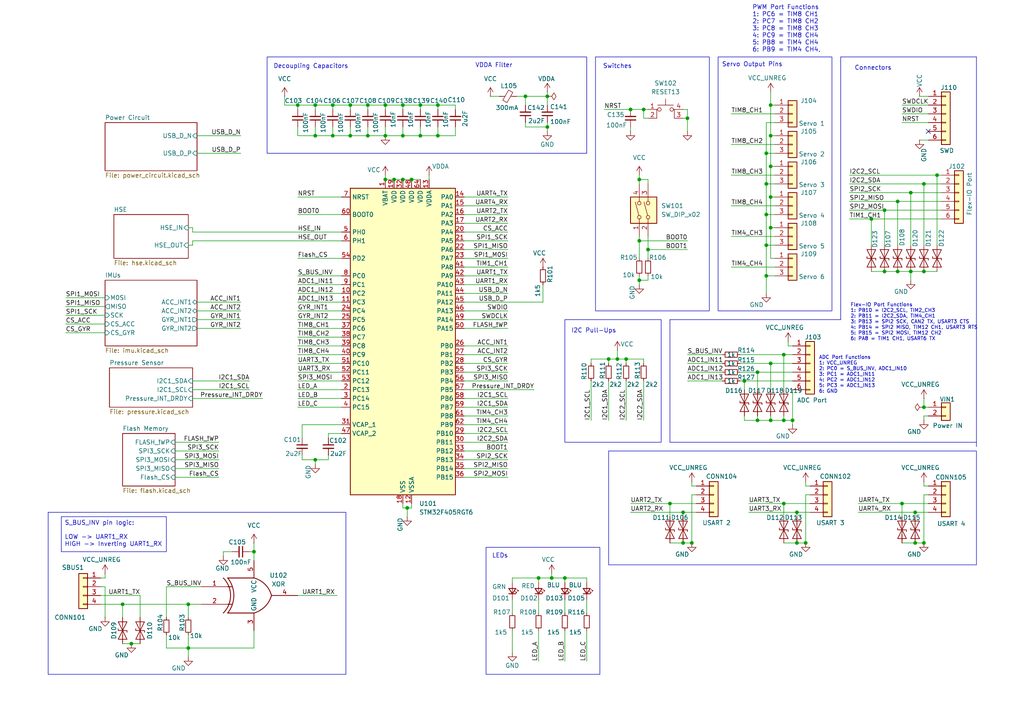
<source format=kicad_sch>
(kicad_sch (version 20231120) (generator "eeschema") (generator_version "8.0")
  (paper "A4")
  (junction (at 260.35 58.42))
  (junction (at 264.16 78.74))
  (junction (at 222.25 80.01))
  (junction (at 264.16 55.88))
  (junction (at 223.52 66.04))
  (junction (at 222.25 62.23))
  (junction (at 127 39.37))
  (junction (at 219.71 107.95))
  (junction (at 223.52 48.26))
  (junction (at 267.97 53.34))
  (junction (at 231.14 157.48))
  (junction (at 35.56 175.26))
  (junction (at 256.54 60.96))
  (junction (at 231.14 148.59))
  (junction (at 200.66 157.48))
  (junction (at 54.61 187.96))
  (junction (at 116.84 52.07))
  (junction (at 38.1 186.69))
  (junction (at 91.44 39.37))
  (junction (at 198.12 157.48))
  (junction (at 260.35 78.74))
  (junction (at 185.42 81.28))
  (junction (at 121.92 39.37))
  (junction (at 179.07 104.14))
  (junction (at 265.43 157.48))
  (junction (at 186.69 31.75))
  (junction (at 185.42 52.07))
  (junction (at 176.53 104.14))
  (junction (at 91.44 30.48))
  (junction (at 119.38 52.07))
  (junction (at 194.31 146.05))
  (junction (at 158.75 36.83))
  (junction (at 223.52 30.48))
  (junction (at 215.9 110.49))
  (junction (at 101.6 39.37))
  (junction (at 227.33 146.05))
  (junction (at 111.76 39.37))
  (junction (at 261.62 146.05))
  (junction (at 96.52 39.37))
  (junction (at 267.97 157.48))
  (junction (at 222.25 53.34))
  (junction (at 185.42 69.85))
  (junction (at 111.76 30.48))
  (junction (at 116.84 39.37))
  (junction (at 121.92 30.48))
  (junction (at 101.6 30.48))
  (junction (at 114.3 52.07))
  (junction (at 116.84 30.48))
  (junction (at 227.33 102.87))
  (junction (at 111.76 52.07))
  (junction (at 163.83 167.64))
  (junction (at 223.52 105.41))
  (junction (at 267.97 78.74))
  (junction (at 73.66 160.02))
  (junction (at 187.96 72.39))
  (junction (at 152.4 27.94))
  (junction (at 223.52 39.37))
  (junction (at 86.36 30.48))
  (junction (at 223.52 57.15))
  (junction (at 91.44 133.35))
  (junction (at 181.61 104.14))
  (junction (at 182.88 31.75))
  (junction (at 271.78 50.8))
  (junction (at 233.68 157.48))
  (junction (at 199.39 34.29))
  (junction (at 54.61 175.26))
  (junction (at 223.52 121.92))
  (junction (at 127 30.48))
  (junction (at 265.43 148.59))
  (junction (at 267.97 118.11))
  (junction (at 198.12 148.59))
  (junction (at 227.33 121.92))
  (junction (at 222.25 71.12))
  (junction (at 160.02 167.64))
  (junction (at 158.75 27.94))
  (junction (at 219.71 121.92))
  (junction (at 222.25 44.45))
  (junction (at 96.52 30.48))
  (junction (at 118.11 147.32))
  (junction (at 106.68 30.48))
  (junction (at 106.68 39.37))
  (junction (at 256.54 78.74))
  (junction (at 156.21 167.64))
  (junction (at 229.87 121.92))
  (junction (at 252.73 63.5))
  (no_connect (at 269.24 38.1))
  (wire (pts (xy 215.9 110.49) (xy 229.87 110.49)))
  (wire (pts (xy 86.36 80.01) (xy 99.06 80.01)))
  (wire (pts (xy 158.75 27.94) (xy 158.75 30.48)))
  (wire (pts (xy 214.63 102.87) (xy 227.33 102.87)))
  (wire (pts (xy 134.62 110.49) (xy 147.32 110.49)))
  (wire (pts (xy 170.18 182.88) (xy 170.18 191.77)))
  (wire (pts (xy 101.6 30.48) (xy 106.68 30.48)))
  (wire (pts (xy 271.78 50.8) (xy 271.78 71.12)))
  (wire (pts (xy 86.36 82.55) (xy 99.06 82.55)))
  (wire (pts (xy 158.75 35.56) (xy 158.75 36.83)))
  (wire (pts (xy 198.12 157.48) (xy 200.66 157.48)))
  (wire (pts (xy 95.25 127) (xy 95.25 125.73)))
  (wire (pts (xy 35.56 175.26) (xy 54.61 175.26)))
  (wire (pts (xy 96.52 30.48) (xy 101.6 30.48)))
  (wire (pts (xy 222.25 71.12) (xy 224.79 71.12)))
  (wire (pts (xy 57.15 87.63) (xy 69.85 87.63)))
  (wire (pts (xy 29.21 175.26) (xy 35.56 175.26)))
  (wire (pts (xy 160.02 167.64) (xy 156.21 167.64)))
  (wire (pts (xy 127 39.37) (xy 121.92 39.37)))
  (wire (pts (xy 73.66 157.48) (xy 73.66 160.02)))
  (wire (pts (xy 86.36 85.09) (xy 99.06 85.09)))
  (wire (pts (xy 214.63 105.41) (xy 223.52 105.41)))
  (wire (pts (xy 55.88 69.85) (xy 99.06 69.85)))
  (wire (pts (xy 91.44 133.35) (xy 95.25 133.35)))
  (wire (pts (xy 231.14 148.59) (xy 231.14 149.86)))
  (wire (pts (xy 266.7 40.64) (xy 269.24 40.64)))
  (wire (pts (xy 96.52 36.83) (xy 96.52 39.37)))
  (wire (pts (xy 185.42 68.58) (xy 185.42 69.85)))
  (wire (pts (xy 219.71 107.95) (xy 229.87 107.95)))
  (wire (pts (xy 30.48 167.64) (xy 29.21 167.64)))
  (wire (pts (xy 160.02 167.64) (xy 160.02 166.37)))
  (wire (pts (xy 223.52 30.48) (xy 223.52 39.37)))
  (polyline (pts (xy 243.84 90.17) (xy 243.84 92.71)))
  (wire (pts (xy 171.45 104.14) (xy 176.53 104.14)))
  (wire (pts (xy 82.55 30.48) (xy 86.36 30.48)))
  (wire (pts (xy 246.38 55.88) (xy 264.16 55.88)))
  (wire (pts (xy 86.36 87.63) (xy 99.06 87.63)))
  (wire (pts (xy 222.25 62.23) (xy 222.25 71.12)))
  (wire (pts (xy 227.33 121.92) (xy 227.33 120.65)))
  (wire (pts (xy 200.66 143.51) (xy 201.93 143.51)))
  (wire (pts (xy 50.8 138.43) (xy 63.5 138.43)))
  (wire (pts (xy 265.43 148.59) (xy 269.24 148.59)))
  (wire (pts (xy 132.08 30.48) (xy 132.08 31.75)))
  (wire (pts (xy 224.79 74.93) (xy 223.52 74.93)))
  (wire (pts (xy 54.61 66.04) (xy 55.88 66.04)))
  (wire (pts (xy 35.56 186.69) (xy 38.1 186.69)))
  (wire (pts (xy 170.18 167.64) (xy 170.18 168.91)))
  (wire (pts (xy 19.05 93.98) (xy 30.48 93.98)))
  (wire (pts (xy 134.62 64.77) (xy 147.32 64.77)))
  (wire (pts (xy 222.25 35.56) (xy 222.25 44.45)))
  (wire (pts (xy 187.96 34.29) (xy 186.69 34.29)))
  (wire (pts (xy 267.97 53.34) (xy 267.97 71.12)))
  (wire (pts (xy 212.09 33.02) (xy 224.79 33.02)))
  (wire (pts (xy 111.76 31.75) (xy 111.76 30.48)))
  (wire (pts (xy 214.63 107.95) (xy 219.71 107.95)))
  (wire (pts (xy 134.62 62.23) (xy 147.32 62.23)))
  (wire (pts (xy 91.44 31.75) (xy 91.44 30.48)))
  (wire (pts (xy 224.79 48.26) (xy 223.52 48.26)))
  (wire (pts (xy 82.55 27.94) (xy 82.55 30.48)))
  (wire (pts (xy 212.09 41.91) (xy 224.79 41.91)))
  (wire (pts (xy 187.96 72.39) (xy 187.96 68.58)))
  (wire (pts (xy 224.79 30.48) (xy 223.52 30.48)))
  (wire (pts (xy 134.62 133.35) (xy 147.32 133.35)))
  (wire (pts (xy 252.73 63.5) (xy 252.73 71.12)))
  (wire (pts (xy 198.12 149.86) (xy 198.12 148.59)))
  (wire (pts (xy 19.05 96.52) (xy 30.48 96.52)))
  (wire (pts (xy 54.61 175.26) (xy 58.42 175.26)))
  (wire (pts (xy 181.61 105.41) (xy 181.61 104.14)))
  (wire (pts (xy 187.96 53.34) (xy 187.96 52.07)))
  (wire (pts (xy 86.36 90.17) (xy 99.06 90.17)))
  (polyline (pts (xy 283.21 128.27) (xy 194.31 128.27)))
  (wire (pts (xy 261.62 33.02) (xy 269.24 33.02)))
  (wire (pts (xy 116.84 147.32) (xy 118.11 147.32)))
  (wire (pts (xy 116.84 30.48) (xy 121.92 30.48)))
  (wire (pts (xy 48.26 170.18) (xy 58.42 170.18)))
  (wire (pts (xy 227.33 146.05) (xy 234.95 146.05)))
  (wire (pts (xy 256.54 71.12) (xy 256.54 60.96)))
  (wire (pts (xy 176.53 104.14) (xy 176.53 105.41)))
  (wire (pts (xy 182.88 31.75) (xy 186.69 31.75)))
  (wire (pts (xy 264.16 55.88) (xy 264.16 71.12)))
  (wire (pts (xy 267.97 53.34) (xy 273.05 53.34)))
  (wire (pts (xy 152.4 35.56) (xy 152.4 36.83)))
  (wire (pts (xy 163.83 182.88) (xy 163.83 191.77)))
  (wire (pts (xy 96.52 39.37) (xy 101.6 39.37)))
  (wire (pts (xy 116.84 30.48) (xy 116.84 31.75)))
  (wire (pts (xy 215.9 121.92) (xy 215.9 120.65)))
  (wire (pts (xy 223.52 121.92) (xy 223.52 120.65)))
  (wire (pts (xy 248.92 146.05) (xy 261.62 146.05)))
  (wire (pts (xy 156.21 167.64) (xy 156.21 168.91)))
  (wire (pts (xy 223.52 26.67) (xy 223.52 30.48)))
  (wire (pts (xy 212.09 77.47) (xy 224.79 77.47)))
  (wire (pts (xy 228.6 99.06) (xy 228.6 100.33)))
  (wire (pts (xy 134.62 80.01) (xy 147.32 80.01)))
  (wire (pts (xy 199.39 105.41) (xy 209.55 105.41)))
  (wire (pts (xy 223.52 39.37) (xy 223.52 48.26)))
  (wire (pts (xy 152.4 36.83) (xy 158.75 36.83)))
  (wire (pts (xy 19.05 88.9) (xy 30.48 88.9)))
  (wire (pts (xy 111.76 30.48) (xy 116.84 30.48)))
  (wire (pts (xy 233.68 143.51) (xy 233.68 157.48)))
  (wire (pts (xy 252.73 63.5) (xy 273.05 63.5)))
  (wire (pts (xy 233.68 143.51) (xy 234.95 143.51)))
  (wire (pts (xy 127 30.48) (xy 132.08 30.48)))
  (wire (pts (xy 86.36 100.33) (xy 99.06 100.33)))
  (wire (pts (xy 199.39 107.95) (xy 209.55 107.95)))
  (wire (pts (xy 171.45 110.49) (xy 171.45 121.92)))
  (wire (pts (xy 134.62 57.15) (xy 147.32 57.15)))
  (wire (pts (xy 212.09 59.69) (xy 224.79 59.69)))
  (wire (pts (xy 134.62 118.11) (xy 147.32 118.11)))
  (wire (pts (xy 260.35 58.42) (xy 273.05 58.42)))
  (wire (pts (xy 223.52 66.04) (xy 223.52 74.93)))
  (wire (pts (xy 186.69 110.49) (xy 186.69 121.92)))
  (wire (pts (xy 30.48 170.18) (xy 30.48 179.07)))
  (wire (pts (xy 111.76 39.37) (xy 111.76 36.83)))
  (wire (pts (xy 95.25 125.73) (xy 99.06 125.73)))
  (wire (pts (xy 48.26 187.96) (xy 54.61 187.96)))
  (wire (pts (xy 134.62 100.33) (xy 147.32 100.33)))
  (wire (pts (xy 163.83 173.99) (xy 163.83 177.8)))
  (wire (pts (xy 19.05 91.44) (xy 30.48 91.44)))
  (wire (pts (xy 134.62 135.89) (xy 147.32 135.89)))
  (wire (pts (xy 224.79 66.04) (xy 223.52 66.04)))
  (wire (pts (xy 121.92 36.83) (xy 121.92 39.37)))
  (wire (pts (xy 152.4 27.94) (xy 158.75 27.94)))
  (wire (pts (xy 222.25 44.45) (xy 224.79 44.45)))
  (wire (pts (xy 55.88 71.12) (xy 55.88 69.85)))
  (wire (pts (xy 182.88 38.1) (xy 182.88 36.83)))
  (wire (pts (xy 55.88 66.04) (xy 55.88 67.31)))
  (wire (pts (xy 170.18 167.64) (xy 163.83 167.64)))
  (wire (pts (xy 215.9 113.03) (xy 215.9 110.49)))
  (wire (pts (xy 265.43 148.59) (xy 265.43 149.86)))
  (wire (pts (xy 134.62 74.93) (xy 147.32 74.93)))
  (wire (pts (xy 175.26 31.75) (xy 182.88 31.75)))
  (wire (pts (xy 134.62 105.41) (xy 147.32 105.41)))
  (wire (pts (xy 222.25 80.01) (xy 224.79 80.01)))
  (wire (pts (xy 215.9 121.92) (xy 219.71 121.92)))
  (wire (pts (xy 86.36 30.48) (xy 91.44 30.48)))
  (wire (pts (xy 134.62 77.47) (xy 147.32 77.47)))
  (wire (pts (xy 119.38 52.07) (xy 116.84 52.07)))
  (wire (pts (xy 231.14 157.48) (xy 233.68 157.48)))
  (wire (pts (xy 86.36 107.95) (xy 99.06 107.95)))
  (wire (pts (xy 134.62 92.71) (xy 147.32 92.71)))
  (wire (pts (xy 198.12 148.59) (xy 201.93 148.59)))
  (wire (pts (xy 186.69 31.75) (xy 187.96 31.75)))
  (wire (pts (xy 194.31 149.86) (xy 194.31 146.05)))
  (wire (pts (xy 91.44 133.35) (xy 91.44 134.62)))
  (wire (pts (xy 73.66 160.02) (xy 73.66 162.56)))
  (wire (pts (xy 57.15 95.25) (xy 69.85 95.25)))
  (wire (pts (xy 186.69 104.14) (xy 186.69 105.41)))
  (wire (pts (xy 134.62 123.19) (xy 147.32 123.19)))
  (wire (pts (xy 269.24 118.11) (xy 267.97 118.11)))
  (wire (pts (xy 148.59 177.8) (xy 148.59 173.99)))
  (wire (pts (xy 233.68 139.7) (xy 233.68 140.97)))
  (wire (pts (xy 132.08 36.83) (xy 132.08 39.37)))
  (wire (pts (xy 219.71 121.92) (xy 219.71 120.65)))
  (wire (pts (xy 148.59 167.64) (xy 148.59 168.91)))
  (wire (pts (xy 156.21 182.88) (xy 156.21 191.77)))
  (wire (pts (xy 194.31 146.05) (xy 201.93 146.05)))
  (wire (pts (xy 86.36 95.25) (xy 99.06 95.25)))
  (wire (pts (xy 246.38 58.42) (xy 260.35 58.42)))
  (wire (pts (xy 248.92 148.59) (xy 265.43 148.59)))
  (wire (pts (xy 55.88 67.31) (xy 99.06 67.31)))
  (wire (pts (xy 48.26 184.15) (xy 48.26 187.96)))
  (wire (pts (xy 212.09 50.8) (xy 224.79 50.8)))
  (polyline (pts (xy 243.84 90.17) (xy 243.84 16.51)))
  (wire (pts (xy 96.52 31.75) (xy 96.52 30.48)))
  (wire (pts (xy 261.62 149.86) (xy 261.62 146.05)))
  (wire (pts (xy 124.46 52.07) (xy 124.46 50.8)))
  (wire (pts (xy 200.66 143.51) (xy 200.66 157.48)))
  (wire (pts (xy 185.42 69.85) (xy 185.42 74.93)))
  (wire (pts (xy 134.62 120.65) (xy 147.32 120.65)))
  (wire (pts (xy 181.61 104.14) (xy 186.69 104.14)))
  (wire (pts (xy 116.84 146.05) (xy 116.84 147.32)))
  (wire (pts (xy 121.92 52.07) (xy 119.38 52.07)))
  (wire (pts (xy 185.42 52.07) (xy 185.42 53.34)))
  (wire (pts (xy 119.38 146.05) (xy 119.38 147.32)))
  (wire (pts (xy 217.17 148.59) (xy 231.14 148.59)))
  (wire (pts (xy 48.26 170.18) (xy 48.26 179.07)))
  (wire (pts (xy 118.11 147.32) (xy 119.38 147.32)))
  (wire (pts (xy 116.84 52.07) (xy 114.3 52.07)))
  (wire (pts (xy 86.36 92.71) (xy 99.06 92.71)))
  (wire (pts (xy 264.16 81.28) (xy 264.16 78.74)))
  (wire (pts (xy 134.62 125.73) (xy 147.32 125.73)))
  (wire (pts (xy 228.6 100.33) (xy 229.87 100.33)))
  (wire (pts (xy 246.38 53.34) (xy 267.97 53.34)))
  (wire (pts (xy 261.62 146.05) (xy 269.24 146.05)))
  (wire (pts (xy 222.25 44.45) (xy 222.25 53.34)))
  (wire (pts (xy 134.62 85.09) (xy 147.32 85.09)))
  (wire (pts (xy 86.36 39.37) (xy 91.44 39.37)))
  (polyline (pts (xy 194.31 128.27) (xy 194.31 92.71)))
  (wire (pts (xy 121.92 30.48) (xy 127 30.48)))
  (wire (pts (xy 222.25 53.34) (xy 222.25 62.23)))
  (wire (pts (xy 187.96 72.39) (xy 187.96 74.93)))
  (wire (pts (xy 185.42 50.8) (xy 185.42 52.07)))
  (wire (pts (xy 134.62 130.81) (xy 147.32 130.81)))
  (wire (pts (xy 223.52 48.26) (xy 223.52 57.15)))
  (wire (pts (xy 200.66 140.97) (xy 201.93 140.97)))
  (wire (pts (xy 160.02 167.64) (xy 163.83 167.64)))
  (wire (pts (xy 72.39 160.02) (xy 73.66 160.02)))
  (wire (pts (xy 54.61 187.96) (xy 54.61 184.15)))
  (wire (pts (xy 187.96 72.39) (xy 199.39 72.39)))
  (wire (pts (xy 223.52 105.41) (xy 223.52 113.03)))
  (wire (pts (xy 261.62 35.56) (xy 269.24 35.56)))
  (wire (pts (xy 64.77 160.02) (xy 64.77 161.29)))
  (wire (pts (xy 214.63 110.49) (xy 215.9 110.49)))
  (wire (pts (xy 246.38 63.5) (xy 252.73 63.5)))
  (wire (pts (xy 267.97 78.74) (xy 271.78 78.74)))
  (wire (pts (xy 181.61 110.49) (xy 181.61 121.92)))
  (wire (pts (xy 86.36 105.41) (xy 99.06 105.41)))
  (wire (pts (xy 179.07 104.14) (xy 176.53 104.14)))
  (wire (pts (xy 223.52 57.15) (xy 223.52 66.04)))
  (wire (pts (xy 106.68 30.48) (xy 111.76 30.48)))
  (wire (pts (xy 86.36 31.75) (xy 86.36 30.48)))
  (wire (pts (xy 264.16 55.88) (xy 273.05 55.88)))
  (polyline (pts (xy 243.84 16.51) (xy 283.21 16.51)))
  (wire (pts (xy 106.68 39.37) (xy 106.68 36.83)))
  (wire (pts (xy 229.87 123.19) (xy 229.87 121.92)))
  (wire (pts (xy 54.61 71.12) (xy 55.88 71.12)))
  (wire (pts (xy 179.07 101.6) (xy 179.07 104.14)))
  (wire (pts (xy 147.32 138.43) (xy 134.62 138.43)))
  (wire (pts (xy 134.62 90.17) (xy 147.32 90.17)))
  (wire (pts (xy 50.8 135.89) (xy 63.5 135.89)))
  (wire (pts (xy 86.36 62.23) (xy 99.06 62.23)))
  (wire (pts (xy 231.14 148.59) (xy 234.95 148.59)))
  (wire (pts (xy 114.3 52.07) (xy 111.76 52.07)))
  (wire (pts (xy 99.06 123.19) (xy 87.63 123.19)))
  (wire (pts (xy 266.7 27.94) (xy 269.24 27.94)))
  (wire (pts (xy 264.16 78.74) (xy 267.97 78.74)))
  (wire (pts (xy 267.97 143.51) (xy 269.24 143.51)))
  (wire (pts (xy 73.66 187.96) (xy 73.66 182.88)))
  (wire (pts (xy 246.38 50.8) (xy 271.78 50.8)))
  (wire (pts (xy 185.42 81.28) (xy 185.42 80.01)))
  (wire (pts (xy 101.6 36.83) (xy 101.6 39.37)))
  (wire (pts (xy 229.87 113.03) (xy 229.87 121.92)))
  (wire (pts (xy 54.61 187.96) (xy 73.66 187.96)))
  (wire (pts (xy 152.4 30.48) (xy 152.4 27.94)))
  (wire (pts (xy 134.62 87.63) (xy 157.48 87.63)))
  (wire (pts (xy 227.33 102.87) (xy 229.87 102.87)))
  (wire (pts (xy 35.56 175.26) (xy 35.56 179.07)))
  (wire (pts (xy 198.12 31.75) (xy 199.39 31.75)))
  (wire (pts (xy 212.09 68.58) (xy 224.79 68.58)))
  (wire (pts (xy 116.84 36.83) (xy 116.84 39.37)))
  (wire (pts (xy 134.62 113.03) (xy 154.94 113.03)))
  (wire (pts (xy 50.8 130.81) (xy 63.5 130.81)))
  (wire (pts (xy 134.62 115.57) (xy 147.32 115.57)))
  (wire (pts (xy 106.68 31.75) (xy 106.68 30.48)))
  (wire (pts (xy 86.36 118.11) (xy 99.06 118.11)))
  (wire (pts (xy 267.97 115.57) (xy 267.97 118.11)))
  (wire (pts (xy 267.97 120.65) (xy 269.24 120.65)))
  (wire (pts (xy 111.76 39.37) (xy 116.84 39.37)))
  (wire (pts (xy 171.45 105.41) (xy 171.45 104.14)))
  (wire (pts (xy 223.52 121.92) (xy 227.33 121.92)))
  (wire (pts (xy 267.97 139.7) (xy 267.97 140.97)))
  (wire (pts (xy 261.62 30.48) (xy 269.24 30.48)))
  (wire (pts (xy 227.33 146.05) (xy 227.33 149.86)))
  (wire (pts (xy 156.21 173.99) (xy 156.21 177.8)))
  (wire (pts (xy 185.42 69.85) (xy 199.39 69.85)))
  (wire (pts (xy 134.62 82.55) (xy 147.32 82.55)))
  (wire (pts (xy 29.21 170.18) (xy 30.48 170.18)))
  (wire (pts (xy 40.64 172.72) (xy 40.64 179.07)))
  (wire (pts (xy 271.78 50.8) (xy 273.05 50.8)))
  (wire (pts (xy 134.62 128.27) (xy 147.32 128.27)))
  (wire (pts (xy 127 36.83) (xy 127 39.37)))
  (wire (pts (xy 186.69 34.29) (xy 186.69 31.75)))
  (wire (pts (xy 127 30.48) (xy 127 31.75)))
  (wire (pts (xy 87.63 132.08) (xy 87.63 133.35)))
  (wire (pts (xy 260.35 78.74) (xy 264.16 78.74)))
  (polyline (pts (xy 194.31 92.71) (xy 243.84 92.71)))
  (wire (pts (xy 223.52 105.41) (xy 229.87 105.41)))
  (wire (pts (xy 106.68 39.37) (xy 111.76 39.37)))
  (wire (pts (xy 86.36 113.03) (xy 99.06 113.03)))
  (wire (pts (xy 222.25 80.01) (xy 222.25 85.09)))
  (wire (pts (xy 199.39 102.87) (xy 209.55 102.87)))
  (wire (pts (xy 54.61 175.26) (xy 54.61 179.07)))
  (wire (pts (xy 86.36 102.87) (xy 99.06 102.87)))
  (wire (pts (xy 134.62 107.95) (xy 147.32 107.95)))
  (wire (pts (xy 134.62 59.69) (xy 147.32 59.69)))
  (wire (pts (xy 267.97 140.97) (xy 269.24 140.97)))
  (wire (pts (xy 95.25 132.08) (xy 95.25 133.35)))
  (wire (pts (xy 267.97 121.92) (xy 267.97 120.65)))
  (wire (pts (xy 199.39 34.29) (xy 199.39 38.1)))
  (wire (pts (xy 111.76 50.8) (xy 111.76 52.07)))
  (wire (pts (xy 86.36 115.57) (xy 99.06 115.57)))
  (polyline (pts (xy 283.21 16.51) (xy 283.21 129.54)))
  (wire (pts (xy 86.36 110.49) (xy 99.06 110.49)))
  (wire (pts (xy 179.07 104.14) (xy 181.61 104.14)))
  (wire (pts (xy 185.42 82.55) (xy 185.42 81.28)))
  (wire (pts (xy 217.17 146.05) (xy 227.33 146.05)))
  (wire (pts (xy 157.48 82.55) (xy 157.48 87.63)))
  (wire (pts (xy 101.6 31.75) (xy 101.6 30.48)))
  (wire (pts (xy 91.44 36.83) (xy 91.44 39.37)))
  (wire (pts (xy 134.62 72.39) (xy 147.32 72.39)))
  (wire (pts (xy 86.36 36.83) (xy 86.36 39.37)))
  (wire (pts (xy 134.62 95.25) (xy 147.32 95.25)))
  (wire (pts (xy 252.73 78.74) (xy 256.54 78.74)))
  (wire (pts (xy 121.92 30.48) (xy 121.92 31.75)))
  (wire (pts (xy 222.25 62.23) (xy 224.79 62.23)))
  (wire (pts (xy 55.88 110.49) (xy 72.39 110.49)))
  (wire (pts (xy 260.35 58.42) (xy 260.35 71.12)))
  (wire (pts (xy 224.79 35.56) (xy 222.25 35.56)))
  (wire (pts (xy 187.96 80.01) (xy 187.96 81.28)))
  (wire (pts (xy 57.15 90.17) (xy 69.85 90.17)))
  (wire (pts (xy 265.43 157.48) (xy 267.97 157.48)))
  (wire (pts (xy 224.79 57.15) (xy 223.52 57.15)))
  (wire (pts (xy 149.86 27.94) (xy 152.4 27.94)))
  (wire (pts (xy 222.25 71.12) (xy 222.25 80.01)))
  (wire (pts (xy 86.36 57.15) (xy 99.06 57.15)))
  (wire (pts (xy 91.44 39.37) (xy 96.52 39.37)))
  (wire (pts (xy 116.84 39.37) (xy 121.92 39.37)))
  (wire (pts (xy 86.36 74.93) (xy 99.06 74.93)))
  (wire (pts (xy 199.39 34.29) (xy 198.12 34.29)))
  (wire (pts (xy 256.54 60.96) (xy 273.05 60.96)))
  (wire (pts (xy 57.15 44.45) (xy 69.85 44.45)))
  (wire (pts (xy 163.83 167.64) (xy 163.83 168.91)))
  (wire (pts (xy 134.62 67.31) (xy 147.32 67.31)))
  (wire (pts (xy 187.96 81.28) (xy 185.42 81.28)))
  (wire (pts (xy 182.88 146.05) (xy 194.31 146.05)))
  (wire (pts (xy 38.1 186.69) (xy 40.64 186.69)))
  (wire (pts (xy 199.39 110.49) (xy 209.55 110.49)))
  (wire (pts (xy 148.59 189.23) (xy 148.59 182.88)))
  (wire (pts (xy 134.62 69.85) (xy 147.32 69.85)))
  (wire (pts (xy 158.75 26.67) (xy 158.75 27.94)))
  (wire (pts (xy 219.71 121.92) (xy 223.52 121.92)))
  (wire (pts (xy 86.36 97.79) (xy 99.06 97.79)))
  (wire (pts (xy 55.88 113.03) (xy 72.39 113.03)))
  (wire (pts (xy 57.15 92.71) (xy 69.85 92.71)))
  (wire (pts (xy 227.33 102.87) (xy 227.33 113.03)))
  (wire (pts (xy 87.63 123.19) (xy 87.63 127)))
  (wire (pts (xy 64.77 160.02) (xy 67.31 160.02)))
  (wire (pts (xy 233.68 140.97) (xy 234.95 140.97)))
  (wire (pts (xy 176.53 110.49) (xy 176.53 121.92)))
  (wire (pts (xy 50.8 128.27) (xy 63.5 128.27)))
  (wire (pts (xy 200.66 139.7) (xy 200.66 140.97)))
  (wire (pts (xy 222.25 53.34) (xy 224.79 53.34)))
  (wire (pts (xy 86.36 172.72) (xy 97.79 172.72)))
  (wire (pts (xy 132.08 39.37) (xy 127 39.37)))
  (wire (pts (xy 148.59 167.64) (xy 156.21 167.64)))
  (wire (pts (xy 261.62 157.48) (xy 265.43 157.48)))
  (wire (pts (xy 101.6 39.37) (xy 106.68 39.37)))
  (wire (pts (xy 54.61 190.5) (xy 54.61 187.96)))
  (wire (pts (xy 182.88 148.59) (xy 198.12 148.59)))
  (wire (pts (xy 199.39 31.75) (xy 199.39 34.29)))
  (wire (pts (xy 142.24 27.94) (xy 144.78 27.94)))
  (wire (pts (xy 246.38 60.96) (xy 256.54 60.96)))
  (wire (pts (xy 223.52 39.37) (xy 224.79 39.37)))
  (wire (pts (xy 118.11 147.32) (xy 118.11 149.86)))
  (wire (pts (xy 227.33 157.48) (xy 231.14 157.48)))
  (wire (pts (xy 30.48 166.37) (xy 30.48 167.64)))
  (wire (pts (xy 55.88 115.57) (xy 76.2 115.57)))
  (wire (pts (xy 50.8 133.35) (xy 63.5 133.35)))
  (wire (pts (xy 227.33 121.92) (xy 229.87 121.92)))
  (wire (pts (xy 256.54 78.74) (xy 260.35 78.74)))
  (wire (pts (xy 29.21 172.72) (xy 40.64 172.72)))
  (wire (pts (xy 87.63 133.35) (xy 91.44 133.35)))
  (wire (pts (xy 57.15 39.37) (xy 69.85 39.37)))
  (wire (pts (xy 187.96 52.07) (xy 185.42 52.07)))
  (wire (pts (xy 91.44 30.48) (xy 96.52 30.48)))
  (wire (pts (xy 170.18 173.99) (xy 170.18 177.8)))
  (wire (pts (xy 194.31 157.48) (xy 198.12 157.48)))
  (wire (pts (xy 219.71 113.03) (xy 219.71 107.95)))
  (wire (pts (xy 19.05 86.36) (xy 30.48 86.36)))
  (wire (pts (xy 267.97 157.48) (xy 267.97 143.51)))
  (wire (pts (xy 158.75 38.1) (xy 158.75 36.83)))
  (wire (pts (xy 134.62 102.87) (xy 147.32 102.87)))
  (rectangle (start 208.28 16.51) (end 241.3 90.17))
  (rectangle (start 77.47 16.51) (end 170.18 44.45))
  (rectangle (start 172.72 16.51) (end 205.74 90.17))
  (rectangle (start 176.53 130.81) (end 283.21 163.83))
  (rectangle (start 13.97 148.59) (end 100.33 195.58))
  (rectangle (start 163.83 92.71) (end 191.77 128.27))
  (rectangle (start 140.97 158.75) (end 173.99 195.58))
  (text_box "S_BUS_INV pin logic:\n\nLOW -> UART1_RX\nHIGH -> Inverting UART1_RX\n" (at 17.78 149.86 0) (size 30.48 10.16) (effects (font (size 1.27 1.27)) (justify left top)))
  (text "LEDs" (at 145.034 161.29 0) (effects (font (size 1.27 1.27))))
  (text "Switches" (at 179.07 19.304 0) (effects (font (size 1.27 1.27))))
  (text "Connectors\n" (at 253.238 19.812 0) (effects (font (size 1.27 1.27))))
  (text "Decoupling Capacitors" (at 90.17 19.304 0) (effects (font (size 1.27 1.27))))
  (text "VDDA Filter" (at 143.256 19.05 0) (effects (font (size 1.27 1.27))))
  (text "Flex-IO Port Functions\n1: PB10 = I2C2_SCL, TIM2_CH3\n2: PB11 = I2C2_SDA, TIM4_CH1\n3: PB13 = SPI2 SCK, CAN2 TX, USART3 CTS\n4: PB14 = SPI2 MISO, TIM12 CH1, USART3 RTS\n5: PB15 = SPI2 MOSI, TIM12 CH2\n6: PA8 = TIM1 CH1, USART6 TX\n" (at 246.634 93.472 0) (effects (font (size 1.016 1.016)) (justify left)))
  (text "I2C Pull-Ups" (at 172.212 96.012 0) (effects (font (size 1.27 1.27))))
  (text "PWM Port Functions\n1: PC6 = TIM8 CH1\n2: PC7 = TIM8 CH2\n3: PC8 = TIM8 CH3\n4: PC9 = TIM8 CH4\n5: PB8 = TIM4 CH4\n6: PB9 = TIM4 CH4, \n" (at 218.186 8.382 0) (effects (font (size 1.27 1.27)) (justify left)))
  (text "ADC Port Functions\n1: VCC_UNREG\n2: PC0 = S_BUS_INV, ADC1_IN10\n3: PC1 = ADC1_IN11\n4: PC2 = ADC1_IN12\n5: PC3 = ADC1_IN13\n6: GND" (at 237.49 108.712 0) (effects (font (size 1.016 1.016)) (justify left)))
  (text "Servo Output Pins" (at 218.186 18.796 0) (effects (font (size 1.27 1.27))))
  (label "UART3_TX" (at 86.36 105.41 0))
  (label "I2C1_SDA" (at 147.32 118.11 180))
  (label "SPI2_MOSI" (at 147.32 138.43 180))
  (label "LED_A" (at 86.36 113.03 0))
  (label "SPI3_SCK" (at 147.32 107.95 180))
  (label "Flash_CS" (at 86.36 74.93 0))
  (label "UART3_TX" (at 217.17 146.05 0))
  (label "SPI2_SCK" (at 147.32 133.35 180))
  (label "CS_ACC" (at 19.05 93.98 0))
  (label "TIM4_CH4" (at 147.32 123.19 180))
  (label "NRST" (at 86.36 57.15 0))
  (label "GYR_INT2" (at 69.85 95.25 180))
  (label "SWDIO" (at 147.32 90.17 180))
  (label "CS_GYR" (at 147.32 105.41 180))
  (label "NRST" (at 175.26 31.75 0))
  (label "BOOT0" (at 86.36 62.23 0))
  (label "USB_D_P" (at 147.32 87.63 180))
  (label "LED_A" (at 156.21 191.77 90))
  (label "ADC1_IN13" (at 86.36 87.63 0))
  (label "I2C1_SDA" (at 176.53 121.92 90))
  (label "GYR_INT1" (at 86.36 90.17 0))
  (label "HSE_OUT" (at 86.36 69.85 0))
  (label "I2C2_SCL" (at 246.38 50.8 0))
  (label "I2C2_SCL" (at 181.61 121.92 90))
  (label "TIM1_CH1" (at 147.32 77.47 180))
  (label "ADC1_IN13" (at 199.39 110.49 0))
  (label "UART4_RX" (at 248.92 148.59 0))
  (label "BOOT1" (at 199.39 72.39 180))
  (label "SPI1_M0SI" (at 19.05 86.36 0))
  (label "ACC_INT1" (at 69.85 87.63 180))
  (label "I2C2_SCL" (at 147.32 125.73 180))
  (label "UART1_RX" (at 147.32 82.55 180))
  (label "BOOT1" (at 147.32 130.81 180))
  (label "SPI1_MISO" (at 19.05 88.9 0))
  (label "SPI3_MOSI" (at 86.36 110.49 0))
  (label "GYR_INT2" (at 86.36 92.71 0))
  (label "SPI1_SCK" (at 147.32 69.85 180))
  (label "SWDCLK" (at 261.62 30.48 0))
  (label "I2C2_SDA" (at 147.32 128.27 180))
  (label "TIM8_CH3" (at 86.36 100.33 0))
  (label "UART2_TX" (at 147.32 62.23 180))
  (label "ACC_INT1" (at 147.32 100.33 180))
  (label "Pressure_INT_DRDY" (at 154.94 113.03 180))
  (label "SWDCLK" (at 147.32 92.71 180))
  (label "SPI1_SCK" (at 19.05 91.44 0))
  (label "S_BUS_INV" (at 48.26 170.18 0))
  (label "ADC1_IN12" (at 199.39 107.95 0))
  (label "UART4_RX" (at 147.32 59.69 180))
  (label "USB_D_N" (at 69.85 39.37 180))
  (label "LED_B" (at 86.36 115.57 0))
  (label "UART2_RX" (at 147.32 64.77 180))
  (label "UART2_TX" (at 182.88 146.05 0))
  (label "BOOT0" (at 199.39 69.85 180))
  (label "TIM8_CH1" (at 86.36 95.25 0))
  (label "SPI2_MISO" (at 147.32 135.89 180))
  (label "UART1_RX" (at 87.63 172.72 0))
  (label "S_BUS_INV" (at 199.39 102.87 0))
  (label "SPI1_MISO" (at 147.32 72.39 180))
  (label "NRST" (at 261.62 35.56 0))
  (label "I2C1_SCL" (at 72.39 113.03 180))
  (label "TIM8_CH4" (at 86.36 102.87 0))
  (label "SPI2_MISO" (at 246.38 58.42 0))
  (label "SPI1_M0SI" (at 147.32 74.93 180))
  (label "LED_C" (at 86.36 118.11 0))
  (label "SPI3_MOSI" (at 63.5 133.35 180))
  (label "TIM4_CH3" (at 212.09 68.58 0))
  (label "TIM8_CH3" (at 212.09 50.8 0))
  (label "TIM8_CH4" (at 212.09 59.69 0))
  (label "USB_D_N" (at 147.32 85.09 180))
  (label "UART2_RX" (at 182.88 148.59 0))
  (label "LED_B" (at 163.83 191.77 90))
  (label "ADC1_IN11" (at 199.39 105.41 0))
  (label "HSE_IN" (at 86.36 67.31 0))
  (label "I2C1_SCL" (at 147.32 115.57 180))
  (label "UART3_RX" (at 217.17 148.59 0))
  (label "TIM8_CH1" (at 212.09 33.02 0))
  (label "I2C2_SDA" (at 246.38 53.34 0))
  (label "SPI3_MISO" (at 147.32 110.49 180))
  (label "UART1_TX" (at 40.64 172.72 180))
  (label "ADC1_IN11" (at 86.36 82.55 0))
  (label "SWDIO" (at 261.62 33.02 0))
  (label "I2C1_SDA" (at 72.39 110.49 180))
  (label "TIM8_CH2" (at 212.09 41.91 0))
  (label "ACC_INT2" (at 147.32 102.87 180))
  (label "Flash_CS" (at 63.5 138.43 180))
  (label "ADC1_IN12" (at 86.36 85.09 0))
  (label "CS_GYR" (at 19.05 96.52 0))
  (label "SPI3_MISO" (at 63.5 135.89 180))
  (label "FLASH_!WP" (at 63.5 128.27 180))
  (label "I2C1_SCL" (at 171.45 121.92 90))
  (label "TIM4_CH4" (at 212.09 77.47 0))
  (label "USB_D_P" (at 69.85 44.45 180))
  (label "Pressure_INT_DRDY" (at 76.2 115.57 180))
  (label "TIM4_CH3" (at 147.32 120.65 180))
  (label "GYR_INT1" (at 69.85 92.71 180))
  (label "ACC_INT2" (at 69.85 90.17 180))
  (label "SPI2_SCK" (at 246.38 55.88 0))
  (label "FLASH_!WP" (at 147.32 95.25 180))
  (label "CS_ACC" (at 147.32 67.31 180))
  (label "UART3_RX" (at 86.36 107.95 0))
  (label "TIM8_CH2" (at 86.36 97.79 0))
  (label "UART1_TX" (at 147.32 80.01 180))
  (label "LED_C" (at 170.18 191.77 90))
  (label "I2C2_SDA" (at 186.69 121.92 90))
  (label "SPI2_MOSI" (at 246.38 60.96 0))
  (label "UART4_TX" (at 248.92 146.05 0))
  (label "SPI3_SCK" (at 63.5 130.81 180))
  (label "S_BUS_INV" (at 86.36 80.01 0))
  (label "TIM1_CH1" (at 246.38 63.5 0))
  (label "UART4_TX" (at 147.32 57.15 180))
  (symbol (lib_id "Connector_Generic:Conn_01x04") (at 240.03 143.51 0) (unit 1)
    (property "Reference" "CONN102" (at 237.744 138.176 0) (effects (justify left)))
    (property "Value" "USART 3" (at 236.728 151.638 0) (effects (justify left)))
    (property "Footprint" "Connector_PinHeader_2.54mm:PinHeader_1x04_P2.54mm_Vertical" (effects (hide yes)))
    (property "Description" "Straight Plugin 2.54mm Black 250V 3A 6mm Square Pins Gold 3mm 2.54mm 260℃ 1x4P Brass -40℃~+105℃ 2.54mm 4P Plugin,P=2.54mm Pin Headers ROHS" (effects (hide yes)))
    (property "Mfr." "Hanbo Electronic" (effects (hide yes)))
    (property "Mfr. #" "HB-PH3-25414PB2GOP" (effects (hide yes)))
  )
  (symbol (lib_id "Device:R_Small") (at 186.69 107.95 180) (unit 1)
    (property "Reference" "R113" (at 184.912 107.442 90))
    (property "Value" "2k2" (at 188.976 111.506 0))
    (property "Footprint" "Resistor_SMD:R_0402_1005Metric" (effects (hide yes)))
    (property "Description" "62.5mW Thick Film Resistors 50V ±100ppm/℃ ±1% 2.2kΩ 0402 Chip Resistor - Surface Mount ROHS" (effects (hide yes)))
    (property "Mfr." "YAGEO" (effects (hide yes)))
    (property "Mfr. #" "RC0402FR-072K2L" (effects (hide yes)))
  )
  (symbol (lib_id "CSTNE8M00G520000R0:LED_Small") (at 156.21 171.45 270) (mirror x) (unit 1)
    (property "Reference" "D102" (at 153.416 173.482 90))
    (property "Value" "RED" (at 153.162 169.926 90))
    (property "Footprint" "LED_SMD:LED_0603_1608Metric" (effects (hide yes)))
    (property "Datasheet" "https://www.lcsc.com/datasheet/lcsc_datasheet_2402181505_XINGLIGHT-XL-1608SURC-06_C965799.pdf" (effects (hide yes)))
    (property "Description" "25mA -30℃~+85℃ Positive post 617nm~621nm Red 120° 55mW 0603 Light Emitting Diodes (LED) ROHS" (effects (hide yes)))
    (property "Mfr." " XINGLIGHT " (effects (hide yes)))
    (property "Mfr. #" "XL-1608SURC-06" (effects (hide yes)))
  )
  (symbol (lib_id "Switch:SW_DIP_x02") (at 187.96 60.96 90) (unit 1)
    (property "Reference" "SW101" (at 191.77 59.6899 90) (effects (justify right)))
    (property "Value" "SW_DIP_x02" (at 191.77 62.2299 90) (effects (justify right)))
    (property "Footprint" "Button_Switch_SMD:SW_DIP_SPSTx02_Slide_Copal_CHS-02B_W7.62mm_P1.27mm" (effects (hide yes)))
    (property "Datasheet" "https://www.lcsc.com/datasheet/lcsc_datasheet_2309041406_DongGuan-KINGTEK-Industrial-Co--LTD-DSHP02TSGET_C40735.pdf" (effects (hide yes)))
    (property "Description" " 2Bit SPST Black Slide (Standard),凹槽式 SMD-4P,4.1x5.4mm DIP Switches ROHS " (effects (hide yes)))
    (property "Mfr." " DongGuan KINGTEK Industrial Co.,LTD " (effects (hide yes)))
    (property "Mfr. #" "DSHP02TSGET" (effects (hide yes)))
  )
  (symbol (lib_id "Device:C_Small") (at 86.36 34.29 180) (unit 1)
    (property "Reference" "C103" (at 82.55 29.21 0) (effects (justify right)))
    (property "Value" "100nF" (at 88.646 38.608 90) (effects (justify right)))
    (property "Footprint" "Capacitor_SMD:C_0402_1005Metric" (effects (hide yes)))
    (property "Description" " 16V 100nF X7R ±10% 0402 Multilayer Ceramic Capacitors MLCC - SMD/SMT ROHS " (effects (hide yes)))
    (property "Mfr." " Samsung Electro-Mechanics " (effects (hide yes)))
    (property "Mfr. #" "CL05B104KO5NNNC" (effects (hide yes)))
  )
  (symbol (lib_id "Connector_Generic:Conn_01x04") (at 274.32 143.51 0) (unit 1)
    (property "Reference" "CONN105" (at 271.272 138.43 0) (effects (justify left)))
    (property "Value" "USART 4" (at 271.78 151.892 0) (effects (justify left)))
    (property "Footprint" "Connector_PinHeader_2.54mm:PinHeader_1x04_P2.54mm_Vertical" (effects (hide yes)))
    (property "Description" "Straight Plugin 2.54mm Black 250V 3A 6mm Square Pins Gold 3mm 2.54mm 260℃ 1x4P Brass -40℃~+105℃ 2.54mm 4P Plugin,P=2.54mm Pin Headers ROHS" (effects (hide yes)))
    (property "Mfr." "Hanbo Electronic" (effects (hide yes)))
    (property "Mfr. #" "HB-PH3-25414PB2GOP" (effects (hide yes)))
  )
  (symbol (lib_id "Device:R_Small") (at 148.59 180.34 180) (unit 1)
    (property "Reference" "R107" (at 145.542 177.546 0))
    (property "Value" "1k5" (at 145.288 183.388 0))
    (property "Footprint" "Resistor_SMD:R_0402_1005Metric" (effects (hide yes)))
    (property "Description" "62.5mW Thick Film Resistors 50V ±100ppm/℃ ±1% 1.5kΩ 0402 Chip Resistor - Surface Mount ROHS" (effects (hide yes)))
    (property "Mfr." "YAGEO" (effects (hide yes)))
    (property "Mfr. #" "RC0402FR-071K5L" (effects (hide yes)))
  )
  (symbol (lib_id "Connector_Generic:Conn_01x03") (at 229.87 33.02 0) (unit 1)
    (property "Reference" "J104" (at 232.156 29.21 0) (effects (justify left)))
    (property "Value" "Servo 1" (at 231.648 35.814 0) (effects (justify left)))
    (property "Footprint" "Connector_PinHeader_2.54mm:PinHeader_1x03_P2.54mm_Vertical" (effects (hide yes)))
    (property "Datasheet" "https://www.lcsc.com/datasheet/lcsc_datasheet_2212121130_BOOMELE-Boom-Precision-Elec-2-54-1-3P_C49257.pdf" (effects (hide yes)))
    (property "Description" "Generic connector, single row, 01x03, script generated (kicad-library-utils/schlib/autogen/connector/)" (effects (hide yes)))
    (property "Mfr." " BOOMELE(Boom Precision Elec) " (effects (hide yes)))
    (property "Mfr. #" "2.54-1*3P" (effects (hide yes)))
  )
  (symbol (lib_id "Device:C_Small") (at 96.52 34.29 180) (unit 1)
    (property "Reference" "C106" (at 93.726 29.21 0) (effects (justify right)))
    (property "Value" "100nF" (at 98.806 38.608 90) (effects (justify right)))
    (property "Footprint" "Capacitor_SMD:C_0402_1005Metric" (effects (hide yes)))
    (property "Description" " 16V 100nF X7R ±10% 0402 Multilayer Ceramic Capacitors MLCC - SMD/SMT ROHS " (effects (hide yes)))
    (property "Mfr." " Samsung Electro-Mechanics " (effects (hide yes)))
    (property "Mfr. #" "CL05B104KO5NNNC" (effects (hide yes)))
  )
  (symbol (lib_id "Device:R_Small") (at 163.83 180.34 180) (unit 1)
    (property "Reference" "R109" (at 160.782 177.546 0))
    (property "Value" "1k5" (at 160.528 183.388 0))
    (property "Footprint" "Resistor_SMD:R_0402_1005Metric" (effects (hide yes)))
    (property "Description" "62.5mW Thick Film Resistors 50V ±100ppm/℃ ±1% 1.5kΩ 0402 Chip Resistor - Surface Mount ROHS" (effects (hide yes)))
    (property "Mfr." "YAGEO" (effects (hide yes)))
    (property "Mfr. #" "RC0402FR-071K5L" (effects (hide yes)))
  )
  (symbol (lib_id "74xGxx:74AUC1G86") (at 73.66 172.72 0) (unit 1)
    (property "Reference" "U102" (at 80.772 166.878 0))
    (property "Value" "XOR" (at 80.772 169.418 0))
    (property "Footprint" "Package_TO_SOT_SMD:SOT-353_SC-70-5" (effects (hide yes)))
    (property "Datasheet" "http://www.ti.com/lit/sg/scyt129e/scyt129e.pdf" (effects (hide yes)))
    (property "Description" "Single XOR Gate, Low-Voltage CMOS" (effects (hide yes)))
    (property "Mfr." "Texas Instruments" (effects (hide yes)))
    (property "Mfr. #" "SN74LVC1G86DCKR" (effects (hide yes)))
  )
  (symbol (lib_id "CSTNE8M00G520000R0:LED_Small") (at 170.18 171.45 270) (mirror x) (unit 1)
    (property "Reference" "D105" (at 167.132 173.482 90))
    (property "Value" "BLU" (at 166.878 169.672 90))
    (property "Footprint" "LED_SMD:LED_0603_1608Metric" (effects (hide yes)))
    (property "Datasheet" "https://www.lcsc.com/datasheet/lcsc_datasheet_2402181505_XINGLIGHT-XL-1608UBC-04_C965807.pdf" (effects (hide yes)))
    (property "Description" "25mA -30℃~+85℃ Positive post 460nm~469nm Blue 120° 80mW 0603 Light Emitting Diodes (LED) ROHS" (effects (hide yes)))
    (property "Mfr." "XINGLIGHT" (effects (hide yes)))
    (property "Mfr. #" "XL-1608UBC-04" (effects (hide yes)))
  )
  (symbol (lib_id "Device:C_Small") (at 69.85 160.02 270) (unit 1)
    (property "Reference" "C105" (at 71.374 157.226 90) (effects (justify right)))
    (property "Value" "100nF" (at 72.898 163.068 90) (effects (justify right)))
    (property "Footprint" "Capacitor_SMD:C_0402_1005Metric" (effects (hide yes)))
    (property "Description" " 16V 100nF X7R ±10% 0402 Multilayer Ceramic Capacitors MLCC - SMD/SMT ROHS " (effects (hide yes)))
    (property "Mfr." " Samsung Electro-Mechanics " (effects (hide yes)))
    (property "Mfr. #" "CL05B104KO5NNNC" (effects (hide yes)))
  )
  (symbol (lib_id "power:PWR_FLAG") (at 267.97 118.11 90) (unit 1)
    (property "Reference" "#FLG0101" (effects (hide yes)))
    (property "Value" "PWR_FLAG" (effects (hide yes)))
    (property "Description" "Special symbol for telling ERC where power comes from" (effects (hide yes)))
  )
  (symbol (lib_id "power:PWR_FLAG") (at 158.75 27.94 270) (unit 1)
    (property "Reference" "#FLG0102" (effects (hide yes)))
    (property "Value" "PWR_FLAG" (effects (hide yes)))
    (property "Description" "Special symbol for telling ERC where power comes from" (effects (hide yes)))
  )
  (symbol (lib_id "Diode:ESD9B3.3ST5G") (at 194.31 153.67 90) (unit 1)
    (property "Reference" "D111" (at 189.23 150.114 90) (effects (justify right)))
    (property "Value" "ESD9B3.3ST5G" (effects (hide yes)))
    (property "Footprint" "Diode_SMD:D_SOD-923" (effects (hide yes)))
    (property "Datasheet" " 2A 11.5V 5V Bi-Directional 3.3V SOD-923 Electrostatic and Surge Protection (TVS/ESD) ROHS " (effects (hide yes)))
    (property "Description" "ESD protection diode, 3.3Vrwm, SOD-923" (effects (hide yes)))
    (property "Mfr." "onsemi" (effects (hide yes)))
    (property "Mfr. #" "ESD9B3.3ST5G" (effects (hide yes)))
  )
  (symbol (lib_id "CSTNE8M00G520000R0:LED_Small") (at 148.59 171.45 270) (mirror x) (unit 1)
    (property "Reference" "D101" (at 145.288 173.482 90))
    (property "Value" "GRN" (at 144.78 170.18 90))
    (property "Footprint" "LED_SMD:LED_0603_1608Metric" (effects (hide yes)))
    (property "Description" "25mA -30℃~+85℃ Positive post 617nm~621nm Red 120° 55mW 0603 Light Emitting Diodes (LED) ROHS" (effects (hide yes)))
    (property "Mfr." " HONGLITRONIC(Hongli Zhihui (HONGLITRONIC)) " (effects (hide yes)))
    (property "Mfr. #" "PSC-1608U52GC-G4" (effects (hide yes)))
  )
  (symbol (lib_id "Device:R_Small") (at 156.21 180.34 180) (unit 1)
    (property "Reference" "R108" (at 153.162 177.546 0))
    (property "Value" "1k5" (at 152.908 183.388 0))
    (property "Footprint" "Resistor_SMD:R_0402_1005Metric" (effects (hide yes)))
    (property "Description" "62.5mW Thick Film Resistors 50V ±100ppm/℃ ±1% 1.5kΩ 0402 Chip Resistor - Surface Mount ROHS" (effects (hide yes)))
    (property "Mfr." "YAGEO" (effects (hide yes)))
    (property "Mfr. #" "RC0402FR-071K5L" (effects (hide yes)))
  )
  (symbol (lib_id "power:VCC") (at 267.97 115.57 0) (unit 1)
    (property "Reference" "#PWR0165" (effects (hide yes)))
    (property "Value" "VCC_UNREG" (at 266.954 111.506 0))
    (property "Description" "Power symbol creates a global label with name \"VCC\"" (effects (hide yes)))
  )
  (symbol (lib_id "Device:R_Small") (at 48.26 181.61 180) (unit 1)
    (property "Reference" "R104" (at 46.482 180.594 90))
    (property "Value" "10k" (at 50.546 184.912 0))
    (property "Footprint" "Resistor_SMD:R_0402_1005Metric" (effects (hide yes)))
    (property "Description" " 62.5mW Thick Film Resistors 50V ±100ppm/℃ ±1% 10kΩ 0402 Chip Resistor - Surface Mount ROHS " (effects (hide yes)))
    (property "Mfr." "YAGEO" (effects (hide yes)))
    (property "Mfr. #" "RC0402FR-0710KL" (effects (hide yes)))
  )
  (symbol (lib_id "Diode:ESD9B3.3ST5G") (at 231.14 153.67 90) (unit 1)
    (property "Reference" "D113" (at 227.584 150.114 90) (effects (justify right)))
    (property "Value" "ESD9B3.3ST5G" (effects (hide yes)))
    (property "Footprint" "Diode_SMD:D_SOD-923" (effects (hide yes)))
    (property "Datasheet" " 2A 11.5V 5V Bi-Directional 3.3V SOD-923 Electrostatic and Surge Protection (TVS/ESD) ROHS " (effects (hide yes)))
    (property "Description" "ESD protection diode, 3.3Vrwm, SOD-923" (effects (hide yes)))
    (property "Mfr." "onsemi" (effects (hide yes)))
    (property "Mfr. #" "ESD9B3.3ST5G" (effects (hide yes)))
  )
  (symbol (lib_id "Device:R_Small") (at 171.45 107.95 180) (unit 1)
    (property "Reference" "R110" (at 169.418 107.696 90))
    (property "Value" "2k2" (at 173.482 111.506 0))
    (property "Footprint" "Resistor_SMD:R_0402_1005Metric" (effects (hide yes)))
    (property "Description" "62.5mW Thick Film Resistors 50V ±100ppm/℃ ±1% 2.2kΩ 0402 Chip Resistor - Surface Mount ROHS" (effects (hide yes)))
    (property "Mfr." "YAGEO" (effects (hide yes)))
    (property "Mfr. #" "RC0402FR-072K2L" (effects (hide yes)))
  )
  (symbol (lib_id "Device:R_Small") (at 212.09 102.87 90) (unit 1)
    (property "Reference" "R114" (at 216.408 101.6 90))
    (property "Value" "1k" (at 212.09 102.87 90))
    (property "Footprint" "Resistor_SMD:R_0402_1005Metric" (effects (hide yes)))
    (property "Description" "62.5mW Thick Film Resistors 50V ±100ppm/℃ ±1% 1kΩ 0402 Chip Resistor - Surface Mount ROHS" (effects (hide yes)))
    (property "Mfr." "YAGEO" (effects (hide yes)))
    (property "Mfr. #" "RC0402FR-071KL" (effects (hide yes)))
  )
  (symbol (lib_id "Device:R_Small") (at 187.96 77.47 180) (unit 1)
    (property "Reference" "R106" (at 190.754 74.676 0))
    (property "Value" "10k" (at 190.5 80.264 0))
    (property "Footprint" "Resistor_SMD:R_0402_1005Metric" (effects (hide yes)))
    (property "Description" " 62.5mW Thick Film Resistors 50V ±100ppm/℃ ±1% 10kΩ 0402 Chip Resistor - Surface Mount ROHS " (effects (hide yes)))
    (property "Mfr." "YAGEO" (effects (hide yes)))
    (property "Mfr. #" "RC0402FR-0710KL" (effects (hide yes)))
  )
  (symbol (lib_id "power:VCC") (at 179.07 101.6 0) (unit 1)
    (property "Reference" "#PWR0119" (effects (hide yes)))
    (property "Value" "VCC" (at 181.864 99.822 0))
    (property "Description" "Power symbol creates a global label with name \"VCC\"" (effects (hide yes)))
  )
  (symbol (lib_id "power:GND") (at 264.16 81.28 0) (unit 1)
    (property "Reference" "#PWR0137" (effects (hide yes)))
    (property "Value" "GND" (at 263.398 84.582 0) (effects (justify right)))
    (property "Description" "Power symbol creates a global label with name \"GND\" , ground" (effects (hide yes)))
  )
  (symbol (lib_id "power:GND") (at 158.75 38.1 0) (unit 1)
    (property "Reference" "#PWR0162" (effects (hide yes)))
    (property "Value" "GND" (at 160.782 41.91 0) (effects (justify right)))
    (property "Description" "Power symbol creates a global label with name \"GND\" , ground" (effects (hide yes)))
  )
  (symbol (lib_id "Device:C_Small") (at 91.44 34.29 180) (unit 1)
    (property "Reference" "C104" (at 88.646 29.21 0) (effects (justify right)))
    (property "Value" "100nF" (at 93.726 38.608 90) (effects (justify right)))
    (property "Footprint" "Capacitor_SMD:C_0402_1005Metric" (effects (hide yes)))
    (property "Description" " 16V 100nF X7R ±10% 0402 Multilayer Ceramic Capacitors MLCC - SMD/SMT ROHS " (effects (hide yes)))
    (property "Mfr." " Samsung Electro-Mechanics " (effects (hide yes)))
    (property "Mfr. #" "CL05B104KO5NNNC" (effects (hide yes)))
  )
  (symbol (lib_id "Device:C_Small") (at 111.76 34.29 180) (unit 1)
    (property "Reference" "C109" (at 109.474 29.21 0) (effects (justify right)))
    (property "Value" "10nF" (at 114.046 37.084 90) (effects (justify right)))
    (property "Footprint" "Capacitor_SMD:C_0402_1005Metric" (effects (hide yes)))
    (property "Description" "50V 10nF X7R ±10% 0402 Multilayer Ceramic Capacitors MLCC - SMD/SMT ROHS" (effects (hide yes)))
    (property "Mfr." " Samsung Electro-Mechanics " (effects (hide yes)))
    (property "Mfr. #" "CL05B103KB5NNNC" (effects (hide yes)))
  )
  (symbol (lib_id "Diode:ESD9B3.3ST5G") (at 227.33 116.84 90) (unit 1)
    (property "Reference" "D119" (at 227.584 113.284 90) (effects (justify right)))
    (property "Value" "ESD9B3.3ST5G" (effects (hide yes)))
    (property "Footprint" "Diode_SMD:D_SOD-923" (effects (hide yes)))
    (property "Datasheet" " 2A 11.5V 5V Bi-Directional 3.3V SOD-923 Electrostatic and Surge Protection (TVS/ESD) ROHS " (effects (hide yes)))
    (property "Description" "ESD protection diode, 3.3Vrwm, SOD-923" (effects (hide yes)))
    (property "Mfr." "onsemi" (effects (hide yes)))
    (property "Mfr. #" "ESD9B3.3ST5G" (effects (hide yes)))
  )
  (symbol (lib_id "Device:C_Small") (at 132.08 34.29 180) (unit 1)
    (property "Reference" "C110" (at 129.794 28.956 0) (effects (justify right)))
    (property "Value" "2u2F" (at 134.874 36.83 90) (effects (justify right)))
    (property "Footprint" "Capacitor_SMD:C_0402_1005Metric" (effects (hide yes)))
    (property "Description" "6.3V 2.2uF X5R ±20% 0402 Multilayer Ceramic Capacitors MLCC - SMD/SMT ROHS" (effects (hide yes)))
    (property "Mfr." " Samsung Electro-Mechanics " (effects (hide yes)))
    (property "Mfr. #" "CL05A225MQ5NSNC" (effects (hide yes)))
  )
  (symbol (lib_id "Diode:ESD9B3.3ST5G") (at 265.43 153.67 90) (unit 1)
    (property "Reference" "D115" (at 261.874 150.114 90) (effects (justify right)))
    (property "Value" "ESD9B3.3ST5G" (effects (hide yes)))
    (property "Footprint" "Diode_SMD:D_SOD-923" (effects (hide yes)))
    (property "Datasheet" " 2A 11.5V 5V Bi-Directional 3.3V SOD-923 Electrostatic and Surge Protection (TVS/ESD) ROHS " (effects (hide yes)))
    (property "Description" "ESD protection diode, 3.3Vrwm, SOD-923" (effects (hide yes)))
    (property "Mfr." "onsemi" (effects (hide yes)))
    (property "Mfr. #" "ESD9B3.3ST5G" (effects (hide yes)))
  )
  (symbol (lib_id "Device:C_Small") (at 127 34.29 180) (unit 1)
    (property "Reference" "C140" (at 124.714 29.21 0) (effects (justify right)))
    (property "Value" "10nF" (at 129.286 37.084 90) (effects (justify right)))
    (property "Footprint" "Capacitor_SMD:C_0402_1005Metric" (effects (hide yes)))
    (property "Description" "50V 10nF X7R ±10% 0402 Multilayer Ceramic Capacitors MLCC - SMD/SMT ROHS" (effects (hide yes)))
    (property "Mfr." " Samsung Electro-Mechanics " (effects (hide yes)))
    (property "Mfr. #" "CL05B103KB5NNNC" (effects (hide yes)))
  )
  (symbol (lib_id "power:GND") (at 267.97 121.92 0) (unit 1)
    (property "Reference" "#PWR0166" (effects (hide yes)))
    (property "Value" "GND" (at 267.208 125.222 0) (effects (justify right)))
    (property "Description" "Power symbol creates a global label with name \"GND\" , ground" (effects (hide yes)))
  )
  (symbol (lib_id "Device:C_Small") (at 152.4 33.02 180) (unit 1)
    (property "Reference" "C142" (at 152.908 31.242 0) (effects (justify right)))
    (property "Value" "2u2F" (at 153.162 35.052 0) (effects (justify right)))
    (property "Footprint" "Capacitor_SMD:C_0402_1005Metric" (effects (hide yes)))
    (property "Description" "6.3V 2.2uF X5R ±20% 0402 Multilayer Ceramic Capacitors MLCC - SMD/SMT ROHS" (effects (hide yes)))
    (property "Mfr." " Samsung Electro-Mechanics " (effects (hide yes)))
    (property "Mfr. #" "CL05A225MQ5NSNC" (effects (hide yes)))
  )
  (symbol (lib_id "Device:R_Small") (at 170.18 180.34 180) (unit 1)
    (property "Reference" "R116" (at 167.132 177.546 0))
    (property "Value" "1k5" (at 166.878 183.388 0))
    (property "Footprint" "Resistor_SMD:R_0402_1005Metric" (effects (hide yes)))
    (property "Description" "62.5mW Thick Film Resistors 50V ±100ppm/℃ ±1% 1.5kΩ 0402 Chip Resistor - Surface Mount ROHS" (effects (hide yes)))
    (property "Mfr." "YAGEO" (effects (hide yes)))
    (property "Mfr. #" "RC0402FR-071K5L" (effects (hide yes)))
  )
  (symbol (lib_id "power:VCC") (at 111.76 50.8 0) (unit 1)
    (property "Reference" "#PWR0163" (effects (hide yes)))
    (property "Value" "VCC" (at 108.458 49.276 0))
    (property "Description" "Power symbol creates a global label with name \"VCC\"" (effects (hide yes)))
  )
  (symbol (lib_id "Switch:SW_MEC_5E") (at 193.04 34.29 0) (unit 1)
    (property "Reference" "SW102" (at 193.04 24.13 0))
    (property "Value" "RESET13" (at 193.04 26.67 0))
    (property "Footprint" "Button_Switch_SMD:SW_DIP_SPSTx01_Slide_Copal_CHS-01A_W5.08mm_P1.27mm_JPin" (effects (hide yes)))
    (property "Datasheet" "https://www.lcsc.com/datasheet/lcsc_datasheet_2304140030_XUNPU-TS-1088-AR02016_C720477.pdf" (effects (hide yes)))
    (property "Description" " 不带 50mA 4mm 100MΩ 100,000 Times 12V 160gf 3mm 2mm Round Button Brick nogging SPST SMD Tactile Switches ROHS " (effects (hide yes)))
    (property "Mfr." "XUNPU" (effects (hide yes)))
    (property "Mfr. #" "TS-1088-AR02016" (effects (hide yes)))
  )
  (symbol (lib_id "power:VCC") (at 266.7 27.94 0) (unit 1)
    (property "Reference" "#PWR0101" (effects (hide yes)))
    (property "Value" "VCC" (at 266.7 23.368 90))
    (property "Description" "Power symbol creates a global label with name \"VCC\"" (effects (hide yes)))
  )
  (symbol (lib_id "Connector_Generic:Conn_01x03") (at 229.87 41.91 0) (unit 1)
    (property "Reference" "J105" (at 232.156 38.1 0) (effects (justify left)))
    (property "Value" "Servo 2" (at 231.648 44.704 0) (effects (justify left)))
    (property "Footprint" "Connector_PinHeader_2.54mm:PinHeader_1x03_P2.54mm_Vertical" (effects (hide yes)))
    (property "Datasheet" "https://www.lcsc.com/datasheet/lcsc_datasheet_2212121130_BOOMELE-Boom-Precision-Elec-2-54-1-3P_C49257.pdf" (effects (hide yes)))
    (property "Description" "Generic connector, single row, 01x03, script generated (kicad-library-utils/schlib/autogen/connector/)" (effects (hide yes)))
    (property "Mfr." " BOOMELE(Boom Precision Elec) " (effects (hide yes)))
    (property "Mfr. #" "2.54-1*3P" (effects (hide yes)))
  )
  (symbol (lib_id "power:GND") (at 54.61 190.5 0) (unit 1)
    (property "Reference" "#PWR0107" (effects (hide yes)))
    (property "Value" "GND" (at 53.848 193.802 0) (effects (justify right)))
    (property "Description" "Power symbol creates a global label with name \"GND\" , ground" (effects (hide yes)))
  )
  (symbol (lib_id "Device:C_Small") (at 158.75 33.02 180) (unit 1)
    (property "Reference" "C141" (at 159.512 30.988 0) (effects (justify right)))
    (property "Value" "100nF" (at 159.512 35.306 0) (effects (justify right)))
    (property "Footprint" "Capacitor_SMD:C_0402_1005Metric" (effects (hide yes)))
    (property "Description" " 16V 100nF X7R ±10% 0402 Multilayer Ceramic Capacitors MLCC - SMD/SMT ROHS " (effects (hide yes)))
    (property "Mfr." " Samsung Electro-Mechanics " (effects (hide yes)))
    (property "Mfr. #" "CL05B104KO5NNNC" (effects (hide yes)))
  )
  (symbol (lib_id "Device:C_Small") (at 87.63 129.54 0) (unit 1)
    (property "Reference" "C101" (at 87.376 127.508 0) (effects (justify right)))
    (property "Value" "2u2F" (at 87.63 131.572 0) (effects (justify right)))
    (property "Footprint" "Capacitor_SMD:C_0402_1005Metric" (effects (hide yes)))
    (property "Description" "6.3V 2.2uF X5R ±20% 0402 Multilayer Ceramic Capacitors MLCC - SMD/SMT ROHS" (effects (hide yes)))
    (property "Mfr." " Samsung Electro-Mechanics " (effects (hide yes)))
    (property "Mfr. #" "CL05A225MQ5NSNC" (effects (hide yes)))
  )
  (symbol (lib_id "power:VCC") (at 228.6 99.06 0) (unit 1)
    (property "Reference" "#PWR0118" (effects (hide yes)))
    (property "Value" "VCC_UNREG" (at 227.584 94.996 0))
    (property "Description" "Power symbol creates a global label with name \"VCC\"" (effects (hide yes)))
  )
  (symbol (lib_id "Device:C_Small") (at 106.68 34.29 180) (unit 1)
    (property "Reference" "C108" (at 104.14 29.21 0) (effects (justify right)))
    (property "Value" "100nF" (at 108.966 38.608 90) (effects (justify right)))
    (property "Footprint" "Capacitor_SMD:C_0402_1005Metric" (effects (hide yes)))
    (property "Description" " 16V 100nF X7R ±10% 0402 Multilayer Ceramic Capacitors MLCC - SMD/SMT ROHS " (effects (hide yes)))
    (property "Mfr." " Samsung Electro-Mechanics " (effects (hide yes)))
    (property "Mfr. #" "CL05B104KO5NNNC" (effects (hide yes)))
  )
  (symbol (lib_id "Diode:ESD9B3.3ST5G") (at 40.64 182.88 90) (unit 1)
    (property "Reference" "D110" (at 43.434 182.88 0))
    (property "Value" "ESD9B3.3ST5G" (effects (hide yes)))
    (property "Footprint" "Diode_SMD:D_SOD-923" (effects (hide yes)))
    (property "Datasheet" "https://www.lcsc.com/datasheet/lcsc_datasheet_2304140030_onsemi-ESD9B3-3ST5G_C96512.pdf" (effects (hide yes)))
    (property "Description" " 2A 11.5V 5V Bi-Directional 3.3V SOD-923 Electrostatic and Surge Protection (TVS/ESD) ROHS " (effects (hide yes)))
    (property "Mfr." "onsemi" (effects (hide yes)))
    (property "Mfr. #" "ESD9B3.3ST5G" (effects (hide yes)))
  )
  (symbol (lib_id "Connector_Generic:Conn_01x03") (at 229.87 59.69 0) (unit 1)
    (property "Reference" "J107" (at 232.156 55.88 0) (effects (justify left)))
    (property "Value" "Servo 4" (at 231.648 62.484 0) (effects (justify left)))
    (property "Footprint" "Connector_PinHeader_2.54mm:PinHeader_1x03_P2.54mm_Vertical" (effects (hide yes)))
    (property "Datasheet" "https://www.lcsc.com/datasheet/lcsc_datasheet_2212121130_BOOMELE-Boom-Precision-Elec-2-54-1-3P_C49257.pdf" (effects (hide yes)))
    (property "Description" "Generic connector, single row, 01x03, script generated (kicad-library-utils/schlib/autogen/connector/)" (effects (hide yes)))
    (property "Mfr." " BOOMELE(Boom Precision Elec) " (effects (hide yes)))
    (property "Mfr. #" "2.54-1*3P" (effects (hide yes)))
  )
  (symbol (lib_id "Connector_Generic:Conn_01x02") (at 274.32 118.11 0) (unit 1)
    (property "Reference" "VIN1" (at 272.542 115.824 0) (effects (justify left)))
    (property "Value" "Power IN" (at 270.51 123.444 0) (effects (justify left)))
    (property "Footprint" "Connector_PinHeader_2.54mm:PinHeader_1x02_P2.54mm_Vertical" (effects (hide yes)))
    (property "Description" "Generic connector, single row, 01x02, script generated (kicad-library-utils/schlib/autogen/connector/)" (effects (hide yes)))
    (property "Mfr." "XFCN" (effects (hide yes)))
    (property "Mfr. #" "PZ254V-11-02P" (effects (hide yes)))
  )
  (symbol (lib_id "Device:C_Small") (at 121.92 34.29 180) (unit 1)
    (property "Reference" "C139" (at 119.634 29.21 0) (effects (justify right)))
    (property "Value" "10nF" (at 124.206 37.084 90) (effects (justify right)))
    (property "Footprint" "Capacitor_SMD:C_0402_1005Metric" (effects (hide yes)))
    (property "Description" "50V 10nF X7R ±10% 0402 Multilayer Ceramic Capacitors MLCC - SMD/SMT ROHS" (effects (hide yes)))
    (property "Mfr." " Samsung Electro-Mechanics " (effects (hide yes)))
    (property "Mfr. #" "CL05B103KB5NNNC" (effects (hide yes)))
  )
  (symbol (lib_id "power:GND") (at 233.68 157.48 0) (unit 1)
    (property "Reference" "#PWR0136" (effects (hide yes)))
    (property "Value" "GND" (at 232.918 160.782 0) (effects (justify right)))
    (property "Description" "Power symbol creates a global label with name \"GND\" , ground" (effects (hide yes)))
  )
  (symbol (lib_id "power:VCC") (at 267.97 139.7 0) (unit 1)
    (property "Reference" "#PWR0125" (effects (hide yes)))
    (property "Value" "VCC_UNREG" (at 266.954 135.636 0))
    (property "Description" "Power symbol creates a global label with name \"VCC\"" (effects (hide yes)))
  )
  (symbol (lib_id "power:+1V0") (at 158.75 26.67 0) (unit 1)
    (property "Reference" "#PWR0120" (effects (hide yes)))
    (property "Value" "VDDA" (at 158.496 22.86 0))
    (property "Description" "Power symbol creates a global label with name \"+1V0\"" (effects (hide yes)))
  )
  (symbol (lib_id "Device:C_Small") (at 101.6 34.29 180) (unit 1)
    (property "Reference" "C107" (at 99.06 29.21 0) (effects (justify right)))
    (property "Value" "100nF" (at 103.886 38.608 90) (effects (justify right)))
    (property "Footprint" "Capacitor_SMD:C_0402_1005Metric" (effects (hide yes)))
    (property "Description" " 16V 100nF X7R ±10% 0402 Multilayer Ceramic Capacitors MLCC - SMD/SMT ROHS " (effects (hide yes)))
    (property "Mfr." " Samsung Electro-Mechanics " (effects (hide yes)))
    (property "Mfr. #" "CL05B104KO5NNNC" (effects (hide yes)))
  )
  (symbol (lib_id "Device:R_Small") (at 212.09 110.49 90) (unit 1)
    (property "Reference" "R127" (at 216.408 109.474 90))
    (property "Value" "1k" (at 212.09 110.49 90))
    (property "Footprint" "Resistor_SMD:R_0402_1005Metric" (effects (hide yes)))
    (property "Description" "62.5mW Thick Film Resistors 50V ±100ppm/℃ ±1% 1kΩ 0402 Chip Resistor - Surface Mount ROHS" (effects (hide yes)))
    (property "Mfr." "YAGEO" (effects (hide yes)))
    (property "Mfr. #" "RC0402FR-071KL" (effects (hide yes)))
  )
  (symbol (lib_id "power:+1V0") (at 124.46 50.8 0) (unit 1)
    (property "Reference" "#PWR0121" (effects (hide yes)))
    (property "Value" "VDDA" (at 127.762 48.26 0))
    (property "Description" "Power symbol creates a global label with name \"+1V0\"" (effects (hide yes)))
  )
  (symbol (lib_id "power:GND") (at 199.39 38.1 0) (unit 1)
    (property "Reference" "#PWR0104" (effects (hide yes)))
    (property "Value" "GND" (effects (hide yes)))
    (property "Description" "Power symbol creates a global label with name \"GND\" , ground" (effects (hide yes)))
  )
  (symbol (lib_id "Device:C_Small") (at 182.88 34.29 180) (unit 1)
    (property "Reference" "C135" (at 176.022 33.274 0) (effects (justify right)))
    (property "Value" "100nF" (at 175.768 36.322 0) (effects (justify right)))
    (property "Footprint" "Capacitor_SMD:C_0402_1005Metric" (effects (hide yes)))
    (property "Description" " 16V 100nF X7R ±10% 0402 Multilayer Ceramic Capacitors MLCC - SMD/SMT ROHS " (effects (hide yes)))
    (property "Mfr." " Samsung Electro-Mechanics " (effects (hide yes)))
    (property "Mfr. #" "CL05B104KO5NNNC" (effects (hide yes)))
  )
  (symbol (lib_id "power:VCC") (at 233.68 139.7 0) (unit 1)
    (property "Reference" "#PWR0134" (effects (hide yes)))
    (property "Value" "VCC_UNREG" (at 232.664 135.636 0))
    (property "Description" "Power symbol creates a global label with name \"VCC\"" (effects (hide yes)))
  )
  (symbol (lib_id "power:GND") (at 185.42 82.55 0) (unit 1)
    (property "Reference" "#PWR0114" (effects (hide yes)))
    (property "Value" "GND" (at 183.388 82.804 90) (effects (justify right)))
    (property "Description" "Power symbol creates a global label with name \"GND\" , ground" (effects (hide yes)))
  )
  (symbol (lib_id "Diode:ESD9B3.3ST5G") (at 267.97 74.93 90) (unit 1)
    (property "Reference" "D121" (at 269.24 66.548 0) (effects (justify right)))
    (property "Value" "ESD9B3.3ST5G" (effects (hide yes)))
    (property "Footprint" "Diode_SMD:D_SOD-923" (effects (hide yes)))
    (property "Datasheet" " 2A 11.5V 5V Bi-Directional 3.3V SOD-923 Electrostatic and Surge Protection (TVS/ESD) ROHS " (effects (hide yes)))
    (property "Description" "ESD protection diode, 3.3Vrwm, SOD-923" (effects (hide yes)))
    (property "Mfr." "onsemi" (effects (hide yes)))
    (property "Mfr. #" "ESD9B3.3ST5G" (effects (hide yes)))
  )
  (symbol (lib_id "Diode:ESD9B3.3ST5G") (at 271.78 74.93 90) (unit 1)
    (property "Reference" "D122" (at 273.05 66.548 0) (effects (justify right)))
    (property "Value" "ESD9B3.3ST5G" (effects (hide yes)))
    (property "Footprint" "Diode_SMD:D_SOD-923" (effects (hide yes)))
    (property "Datasheet" " 2A 11.5V 5V Bi-Directional 3.3V SOD-923 Electrostatic and Surge Protection (TVS/ESD) ROHS " (effects (hide yes)))
    (property "Description" "ESD protection diode, 3.3Vrwm, SOD-923" (effects (hide yes)))
    (property "Mfr." "onsemi" (effects (hide yes)))
    (property "Mfr. #" "ESD9B3.3ST5G" (effects (hide yes)))
  )
  (symbol (lib_id "power:VCC") (at 160.02 166.37 0) (unit 1)
    (property "Reference" "#PWR0116" (effects (hide yes)))
    (property "Value" "VCC" (at 159.004 162.306 0))
    (property "Description" "Power symbol creates a global label with name \"VCC\"" (effects (hide yes)))
  )
  (symbol (lib_id "Device:C_Small") (at 116.84 34.29 180) (unit 1)
    (property "Reference" "C138" (at 114.554 29.21 0) (effects (justify right)))
    (property "Value" "10nF" (at 119.126 37.084 90) (effects (justify right)))
    (property "Footprint" "Capacitor_SMD:C_0402_1005Metric" (effects (hide yes)))
    (property "Description" "50V 10nF X7R ±10% 0402 Multilayer Ceramic Capacitors MLCC - SMD/SMT ROHS" (effects (hide yes)))
    (property "Mfr." " Samsung Electro-Mechanics " (effects (hide yes)))
    (property "Mfr. #" "CL05B103KB5NNNC" (effects (hide yes)))
  )
  (symbol (lib_id "CSTNE8M00G520000R0:FerriteBead_Small") (at 147.32 27.94 90) (unit 1)
    (property "Reference" "L105" (at 147.574 24.892 90))
    (property "Value" "300mA" (at 147.066 31.242 90))
    (property "Footprint" "Resistor_SMD:R_0402_1005Metric" (effects (hide yes)))
    (property "Description" " 650mΩ ±25% 1kΩ@100MHz 0402 Ferrite Beads ROHS " (effects (hide yes)))
    (property "Mfr." "Murata Electronics" (effects (hide yes)))
    (property "Mfr. #" "BLM15AG102SN1D" (effects (hide yes)))
  )
  (symbol (lib_id "Device:R_Small") (at 212.09 107.95 90) (unit 1)
    (property "Reference" "R126" (at 216.408 106.934 90))
    (property "Value" "1k" (at 212.09 107.95 90))
    (property "Footprint" "Resistor_SMD:R_0402_1005Metric" (effects (hide yes)))
    (property "Description" "62.5mW Thick Film Resistors 50V ±100ppm/℃ ±1% 1kΩ 0402 Chip Resistor - Surface Mount ROHS" (effects (hide yes)))
    (property "Mfr." "YAGEO" (effects (hide yes)))
    (property "Mfr. #" "RC0402FR-071KL" (effects (hide yes)))
  )
  (symbol (lib_id "power:GND") (at 148.59 189.23 0) (unit 1)
    (property "Reference" "#PWR0115" (effects (hide yes)))
    (property "Value" "GND" (at 150.622 193.04 0) (effects (justify right)))
    (property "Description" "Power symbol creates a global label with name \"GND\" , ground" (effects (hide yes)))
  )
  (symbol (lib_id "power:GND") (at 111.76 39.37 0) (unit 1)
    (property "Reference" "#PWR0112" (effects (hide yes)))
    (property "Value" "GND" (effects (hide yes)))
    (property "Description" "Power symbol creates a global label with name \"GND\" , ground" (effects (hide yes)))
  )
  (symbol (lib_id "power:GND") (at 267.97 157.48 0) (unit 1)
    (property "Reference" "#PWR0127" (effects (hide yes)))
    (property "Value" "GND" (at 267.208 160.782 0) (effects (justify right)))
    (property "Description" "Power symbol creates a global label with name \"GND\" , ground" (effects (hide yes)))
  )
  (symbol (lib_id "power:GND") (at 64.77 161.29 0) (unit 1)
    (property "Reference" "#PWR0109" (effects (hide yes)))
    (property "Value" "GND" (at 66.548 164.846 0) (effects (justify right)))
    (property "Description" "Power symbol creates a global label with name \"GND\" , ground" (effects (hide yes)))
  )
  (symbol (lib_id "power:VCC") (at 73.66 157.48 0) (unit 1)
    (property "Reference" "#PWR0111" (effects (hide yes)))
    (property "Value" "VCC" (at 73.66 152.4 0))
    (property "Description" "Power symbol creates a global label with name \"VCC\"" (effects (hide yes)))
  )
  (symbol (lib_id "Diode:ESD9B3.3ST5G") (at 252.73 74.93 90) (unit 1)
    (property "Reference" "D123" (at 253.746 66.802 0) (effects (justify right)))
    (property "Value" "ESD9B3.3ST5G" (effects (hide yes)))
    (property "Footprint" "Diode_SMD:D_SOD-923" (effects (hide yes)))
    (property "Datasheet" " 2A 11.5V 5V Bi-Directional 3.3V SOD-923 Electrostatic and Surge Protection (TVS/ESD) ROHS " (effects (hide yes)))
    (property "Description" "ESD protection diode, 3.3Vrwm, SOD-923" (effects (hide yes)))
    (property "Mfr." "onsemi" (effects (hide yes)))
    (property "Mfr. #" "ESD9B3.3ST5G" (effects (hide yes)))
  )
  (symbol (lib_id "Connector_Generic:Conn_01x03") (at 229.87 77.47 0) (unit 1)
    (property "Reference" "J109" (at 232.156 73.66 0) (effects (justify left)))
    (property "Value" "Servo 6" (at 231.648 80.264 0) (effects (justify left)))
    (property "Footprint" "Connector_PinHeader_2.54mm:PinHeader_1x03_P2.54mm_Vertical" (effects (hide yes)))
    (property "Datasheet" "https://www.lcsc.com/datasheet/lcsc_datasheet_2212121130_BOOMELE-Boom-Precision-Elec-2-54-1-3P_C49257.pdf" (effects (hide yes)))
    (property "Description" "Generic connector, single row, 01x03, script generated (kicad-library-utils/schlib/autogen/connector/)" (effects (hide yes)))
    (property "Mfr." " BOOMELE(Boom Precision Elec) " (effects (hide yes)))
    (property "Mfr. #" "2.54-1*3P" (effects (hide yes)))
  )
  (symbol (lib_id "CSTNE8M00G520000R0:LED_Small") (at 163.83 171.45 270) (mirror x) (unit 1)
    (property "Reference" "D103" (at 160.782 173.482 90))
    (property "Value" "BLU" (at 160.528 169.672 90))
    (property "Footprint" "LED_SMD:LED_0603_1608Metric" (effects (hide yes)))
    (property "Datasheet" "https://www.lcsc.com/datasheet/lcsc_datasheet_2402181505_XINGLIGHT-XL-1608UBC-04_C965807.pdf" (effects (hide yes)))
    (property "Description" "25mA -30℃~+85℃ Positive post 460nm~469nm Blue 120° 80mW 0603 Light Emitting Diodes (LED) ROHS" (effects (hide yes)))
    (property "Mfr." "XINGLIGHT" (effects (hide yes)))
    (property "Mfr. #" "XL-1608UBC-04" (effects (hide yes)))
  )
  (symbol (lib_id "Diode:ESD9B3.3ST5G") (at 261.62 153.67 90) (unit 1)
    (property "Reference" "D114" (at 256.54 150.114 90) (effects (justify right)))
    (property "Value" "ESD9B3.3ST5G" (effects (hide yes)))
    (property "Footprint" "Diode_SMD:D_SOD-923" (effects (hide yes)))
    (property "Datasheet" " 2A 11.5V 5V Bi-Directional 3.3V SOD-923 Electrostatic and Surge Protection (TVS/ESD) ROHS " (effects (hide yes)))
    (property "Description" "ESD protection diode, 3.3Vrwm, SOD-923" (effects (hide yes)))
    (property "Mfr." "onsemi" (effects (hide yes)))
    (property "Mfr. #" "ESD9B3.3ST5G" (effects (hide yes)))
  )
  (symbol (lib_id "power:GND") (at 266.7 40.64 0) (unit 1)
    (property "Reference" "#PWR0117" (effects (hide yes)))
    (property "Value" "GND" (at 267.97 42.926 90) (effects (justify right)))
    (property "Description" "Power symbol creates a global label with name \"GND\" , ground" (effects (hide yes)))
  )
  (symbol (lib_id "Diode:ESD9B3.3ST5G") (at 198.12 153.67 90) (unit 1)
    (property "Reference" "D106" (at 194.564 150.114 90) (effects (justify right)))
    (property "Value" "ESD9B3.3ST5G" (effects (hide yes)))
    (property "Footprint" "Diode_SMD:D_SOD-923" (effects (hide yes)))
    (property "Datasheet" " 2A 11.5V 5V Bi-Directional 3.3V SOD-923 Electrostatic and Surge Protection (TVS/ESD) ROHS " (effects (hide yes)))
    (property "Description" "ESD protection diode, 3.3Vrwm, SOD-923" (effects (hide yes)))
    (property "Mfr." "onsemi" (effects (hide yes)))
    (property "Mfr. #" "ESD9B3.3ST5G" (effects (hide yes)))
  )
  (symbol (lib_id "power:GND") (at 118.11 149.86 0) (unit 1)
    (property "Reference" "#PWR0110" (effects (hide yes)))
    (property "Value" "GND" (at 116.078 150.114 90) (effects (justify right)))
    (property "Description" "Power symbol creates a global label with name \"GND\" , ground" (effects (hide yes)))
  )
  (symbol (lib_id "power:GND") (at 38.1 186.69 0) (unit 1)
    (property "Reference" "#PWR0152" (effects (hide yes)))
    (property "Value" "GND" (at 37.338 189.992 0) (effects (justify right)))
    (property "Description" "Power symbol creates a global label with name \"GND\" , ground" (effects (hide yes)))
  )
  (symbol (lib_id "Connector_Generic:Conn_01x03") (at 229.87 68.58 0) (unit 1)
    (property "Reference" "J108" (at 232.156 64.77 0) (effects (justify left)))
    (property "Value" "Servo 5" (at 231.648 71.374 0) (effects (justify left)))
    (property "Footprint" "Connector_PinHeader_2.54mm:PinHeader_1x03_P2.54mm_Vertical" (effects (hide yes)))
    (property "Datasheet" "https://www.lcsc.com/datasheet/lcsc_datasheet_2212121130_BOOMELE-Boom-Precision-Elec-2-54-1-3P_C49257.pdf" (effects (hide yes)))
    (property "Description" "Generic connector, single row, 01x03, script generated (kicad-library-utils/schlib/autogen/connector/)" (effects (hide yes)))
    (property "Mfr." " BOOMELE(Boom Precision Elec) " (effects (hide yes)))
    (property "Mfr. #" "2.54-1*3P" (effects (hide yes)))
  )
  (symbol (lib_id "Diode:ESD9B3.3ST5G") (at 260.35 74.93 90) (unit 1)
    (property "Reference" "D108" (at 261.62 66.294 0) (effects (justify right)))
    (property "Value" "ESD9B3.3ST5G" (effects (hide yes)))
    (property "Footprint" "Diode_SMD:D_SOD-923" (effects (hide yes)))
    (property "Datasheet" " 2A 11.5V 5V Bi-Directional 3.3V SOD-923 Electrostatic and Surge Protection (TVS/ESD) ROHS " (effects (hide yes)))
    (property "Description" "ESD protection diode, 3.3Vrwm, SOD-923" (effects (hide yes)))
    (property "Mfr." "onsemi" (effects (hide yes)))
    (property "Mfr. #" "ESD9B3.3ST5G" (effects (hide yes)))
  )
  (symbol (lib_id "power:VCC") (at 200.66 139.7 0) (unit 1)
    (property "Reference" "#PWR0123" (effects (hide yes)))
    (property "Value" "VCC_UNREG" (at 199.644 135.636 0))
    (property "Description" "Power symbol creates a global label with name \"VCC\"" (effects (hide yes)))
  )
  (symbol (lib_id "Connector_Generic:Conn_01x03") (at 229.87 50.8 0) (unit 1)
    (property "Reference" "J106" (at 232.156 46.99 0) (effects (justify left)))
    (property "Value" "Servo 3" (at 231.648 53.594 0) (effects (justify left)))
    (property "Footprint" "Connector_PinHeader_2.54mm:PinHeader_1x03_P2.54mm_Vertical" (effects (hide yes)))
    (property "Datasheet" "https://www.lcsc.com/datasheet/lcsc_datasheet_2212121130_BOOMELE-Boom-Precision-Elec-2-54-1-3P_C49257.pdf" (effects (hide yes)))
    (property "Description" "Generic connector, single row, 01x03, script generated (kicad-library-utils/schlib/autogen/connector/)" (effects (hide yes)))
    (property "Mfr." " BOOMELE(Boom Precision Elec) " (effects (hide yes)))
    (property "Mfr. #" "2.54-1*3P" (effects (hide yes)))
  )
  (symbol (lib_id "power:GND") (at 229.87 123.19 0) (unit 1)
    (property "Reference" "#PWR0167" (effects (hide yes)))
    (property "Value" "GND" (at 229.108 126.492 0) (effects (justify right)))
    (property "Description" "Power symbol creates a global label with name \"GND\" , ground" (effects (hide yes)))
  )
  (symbol (lib_id "Diode:ESD9B3.3ST5G") (at 215.9 116.84 90) (unit 1)
    (property "Reference" "D116" (at 210.312 113.284 90) (effects (justify right)))
    (property "Value" "ESD9B3.3ST5G" (effects (hide yes)))
    (property "Footprint" "Diode_SMD:D_SOD-923" (effects (hide yes)))
    (property "Datasheet" " 2A 11.5V 5V Bi-Directional 3.3V SOD-923 Electrostatic and Surge Protection (TVS/ESD) ROHS " (effects (hide yes)))
    (property "Description" "ESD protection diode, 3.3Vrwm, SOD-923" (effects (hide yes)))
    (property "Mfr." "onsemi" (effects (hide yes)))
    (property "Mfr. #" "ESD9B3.3ST5G" (effects (hide yes)))
  )
  (symbol (lib_id "power:VCC") (at 185.42 50.8 0) (unit 1)
    (property "Reference" "#PWR0113" (effects (hide yes)))
    (property "Value" "VCC" (at 185.42 45.72 0))
    (property "Description" "Power symbol creates a global label with name \"VCC\"" (effects (hide yes)))
  )
  (symbol (lib_id "power:GND") (at 91.44 134.62 0) (unit 1)
    (property "Reference" "#PWR0106" (effects (hide yes)))
    (property "Value" "GND" (at 89.408 134.874 90) (effects (justify right)))
    (property "Description" "Power symbol creates a global label with name \"GND\" , ground" (effects (hide yes)))
  )
  (symbol (lib_id "power:GND") (at 30.48 179.07 0) (unit 1)
    (property "Reference" "#PWR0102" (effects (hide yes)))
    (property "Value" "GND" (at 29.718 182.372 0) (effects (justify right)))
    (property "Description" "Power symbol creates a global label with name \"GND\" , ground" (effects (hide yes)))
  )
  (symbol (lib_id "Connector_Generic:Conn_01x06") (at 274.32 33.02 0) (unit 1)
    (property "Reference" "J110" (at 272.796 25.4 0) (effects (justify left)))
    (property "Value" "SWD" (at 272.542 43.688 0) (effects (justify left)))
    (property "Footprint" "Connector_PinHeader_2.54mm:PinHeader_1x06_P2.54mm_Vertical" (effects (hide yes)))
    (property "Description" "2.5mm 6mm Brass Square Pins Straight 2.54mm Black 1x6P 3mm -40℃~+105℃ Plugin 6P Plugin,P=2.54mm Pin Headers ROHS" (effects (hide yes)))
    (property "Mfr." "XFCN" (effects (hide yes)))
    (property "Mfr. #" "PZ254V-11-06P" (effects (hide yes)))
  )
  (symbol (lib_id "power:VCC") (at 142.24 27.94 0) (unit 1)
    (property "Reference" "#PWR0161" (effects (hide yes)))
    (property "Value" "VCC" (at 142.24 22.86 0))
    (property "Description" "Power symbol creates a global label with name \"VCC\"" (effects (hide yes)))
  )
  (symbol (lib_id "Device:C_Small") (at 95.25 129.54 0) (unit 1)
    (property "Reference" "C102" (at 100.584 127.762 0) (effects (justify right)))
    (property "Value" "2u2F" (at 100.584 131.572 0) (effects (justify right)))
    (property "Footprint" "Capacitor_SMD:C_0402_1005Metric" (effects (hide yes)))
    (property "Description" "6.3V 2.2uF X5R ±20% 0402 Multilayer Ceramic Capacitors MLCC - SMD/SMT ROHS" (effects (hide yes)))
    (property "Mfr." " Samsung Electro-Mechanics " (effects (hide yes)))
    (property "Mfr. #" "CL05A225MQ5NSNC" (effects (hide yes)))
  )
  (symbol (lib_id "power:VCC") (at 223.52 26.67 0) (unit 1)
    (property "Reference" "#PWR0126" (effects (hide yes)))
    (property "Value" "VCC_UNREG" (at 222.504 22.606 0))
    (property "Description" "Power symbol creates a global label with name \"VCC\"" (effects (hide yes)))
  )
  (symbol (lib_id "power:GND") (at 182.88 38.1 0) (unit 1)
    (property "Reference" "#PWR0160" (effects (hide yes)))
    (property "Value" "GND" (effects (hide yes)))
    (property "Description" "Power symbol creates a global label with name \"GND\" , ground" (effects (hide yes)))
  )
  (symbol (lib_id "Connector_Generic:Conn_01x06") (at 234.95 105.41 0) (unit 1)
    (property "Reference" "J103" (at 233.426 97.79 0) (effects (justify left)))
    (property "Value" "ADC Port" (at 231.14 116.078 0) (effects (justify left)))
    (property "Footprint" "Connector_PinHeader_2.54mm:PinHeader_1x06_P2.54mm_Vertical" (effects (hide yes)))
    (property "Description" "2.5mm 6mm Brass Square Pins Straight 2.54mm Black 1x6P 3mm -40℃~+105℃ Plugin 6P Plugin,P=2.54mm Pin Headers ROHS" (effects (hide yes)))
    (property "Mfr." "XFCN" (effects (hide yes)))
    (property "Mfr. #" "PZ254V-11-06P" (effects (hide yes)))
  )
  (symbol (lib_id "Connector_Generic:Conn_01x04") (at 207.01 143.51 0) (unit 1)
    (property "Reference" "CONN104" (at 204.724 138.176 0) (effects (justify left)))
    (property "Value" "USART 2" (at 203.708 151.638 0) (effects (justify left)))
    (property "Footprint" "Connector_PinHeader_2.54mm:PinHeader_1x04_P2.54mm_Vertical" (effects (hide yes)))
    (property "Description" "Straight Plugin 2.54mm Black 250V 3A 6mm Square Pins Gold 3mm 2.54mm 260℃ 1x4P Brass -40℃~+105℃ 2.54mm 4P Plugin,P=2.54mm Pin Headers ROHS" (effects (hide yes)))
    (property "Mfr." "Hanbo Electronic" (effects (hide yes)))
    (property "Mfr. #" "HB-PH3-25414PB2GOP" (effects (hide yes)))
  )
  (symbol (lib_id "Diode:ESD9B3.3ST5G") (at 227.33 153.67 90) (unit 1)
    (property "Reference" "D112" (at 222.25 150.114 90) (effects (justify right)))
    (property "Value" "ESD9B3.3ST5G" (effects (hide yes)))
    (property "Footprint" "Diode_SMD:D_SOD-923" (effects (hide yes)))
    (property "Datasheet" " 2A 11.5V 5V Bi-Directional 3.3V SOD-923 Electrostatic and Surge Protection (TVS/ESD) ROHS " (effects (hide yes)))
    (property "Description" "ESD protection diode, 3.3Vrwm, SOD-923" (effects (hide yes)))
    (property "Mfr." "onsemi" (effects (hide yes)))
    (property "Mfr. #" "ESD9B3.3ST5G" (effects (hide yes)))
  )
  (symbol (lib_id "Diode:ESD9B3.3ST5G") (at 35.56 182.88 90) (unit 1)
    (property "Reference" "D109" (at 33.02 182.88 0))
    (property "Value" "ESD9B3.3ST5G" (effects (hide yes)))
    (property "Footprint" "Diode_SMD:D_SOD-923" (effects (hide yes)))
    (property "Datasheet" " 2A 11.5V 5V Bi-Directional 3.3V SOD-923 Electrostatic and Surge Protection (TVS/ESD) ROHS " (effects (hide yes)))
    (property "Description" "ESD protection diode, 3.3Vrwm, SOD-923" (effects (hide yes)))
    (property "Mfr." "onsemi" (effects (hide yes)))
    (property "Mfr. #" "ESD9B3.3ST5G" (effects (hide yes)))
  )
  (symbol (lib_id "Device:R_Small") (at 54.61 181.61 180) (unit 1)
    (property "Reference" "R103" (at 52.832 180.594 90))
    (property "Value" "10k" (at 56.896 184.404 0))
    (property "Footprint" "Resistor_SMD:R_0402_1005Metric" (effects (hide yes)))
    (property "Description" " 62.5mW Thick Film Resistors 50V ±100ppm/℃ ±1% 10kΩ 0402 Chip Resistor - Surface Mount ROHS " (effects (hide yes)))
    (property "Mfr." "YAGEO" (effects (hide yes)))
    (property "Mfr. #" "RC0402FR-0710KL" (effects (hide yes)))
  )
  (symbol (lib_id "Device:R_Small") (at 157.48 80.01 0) (mirror x) (unit 1)
    (property "Reference" "R101" (at 159.512 79.502 90))
    (property "Value" "1k5" (at 155.956 84.328 90))
    (property "Footprint" "Resistor_SMD:R_0402_1005Metric" (effects (hide yes)))
    (property "Description" "62.5mW Thick Film Resistors 50V ±100ppm/℃ ±1% 1.5kΩ 0402 Chip Resistor - Surface Mount ROHS" (effects (hide yes)))
    (property "Mfr." "YAGEO" (effects (hide yes)))
    (property "Mfr. #" "RC0402FR-071K5L" (effects (hide yes)))
  )
  (symbol (lib_id "power:VCC") (at 30.48 166.37 0) (unit 1)
    (property "Reference" "#PWR0103" (effects (hide yes)))
    (property "Value" "VCC_UNREG" (at 29.464 162.306 0))
    (property "Description" "Power symbol creates a global label with name \"VCC\"" (effects (hide yes)))
  )
  (symbol (lib_id "MCU_ST_STM32F4:STM32F405RGTx") (at 116.84 100.33 0) (unit 1)
    (property "Reference" "U101" (at 121.5741 146.05 0) (effects (justify left)))
    (property "Value" "STM32F405RGT6" (at 121.5741 148.59 0) (effects (justify left)))
    (property "Footprint" "Package_QFP:LQFP-64_10x10mm_P0.5mm" (effects (hide yes)))
    (property "Datasheet" "https://www.st.com/resource/en/datasheet/stm32f405rg.pdf" (effects (hide yes)))
    (property "Description" "1MB 1.8V~3.6V ARM-M4 192KB 168MHz FLASH 51 LQFP-64(10x10) Microcontroller Units (MCUs/MPUs/SOCs) ROHS" (effects (hide yes)))
    (property "Mfr." "STMicroelectronics" (effects (hide yes)))
    (property "Mfr. #" "STM32F405RGT6" (effects (hide yes)))
  )
  (symbol (lib_id "power:VCC") (at 82.55 27.94 0) (unit 1)
    (property "Reference" "#PWR0108" (effects (hide yes)))
    (property "Value" "VCC" (at 82.55 22.86 0))
    (property "Description" "Power symbol creates a global label with name \"VCC\"" (effects (hide yes)))
  )
  (symbol (lib_id "Connector_Generic:Conn_01x06") (at 278.13 55.88 0) (unit 1)
    (property "Reference" "J102" (at 275.082 48.26 0) (effects (justify left)))
    (property "Value" "Flex-IO Port" (at 281.178 62.484 90) (effects (justify left)))
    (property "Footprint" "Connector_PinHeader_2.54mm:PinHeader_1x06_P2.54mm_Vertical" (effects (hide yes)))
    (property "Description" "2.5mm 6mm Brass Square Pins Straight 2.54mm Black 1x6P 3mm -40℃~+105℃ Plugin 6P Plugin,P=2.54mm Pin Headers ROHS" (effects (hide yes)))
    (property "Mfr." "XFCN" (effects (hide yes)))
    (property "Mfr. #" "PZ254V-11-06P" (effects (hide yes)))
  )
  (symbol (lib_id "Diode:ESD9B3.3ST5G") (at 219.71 116.84 90) (unit 1)
    (property "Reference" "D117" (at 216.916 113.284 90) (effects (justify right)))
    (property "Value" "ESD9B3.3ST5G" (effects (hide yes)))
    (property "Footprint" "Diode_SMD:D_SOD-923" (effects (hide yes)))
    (property "Datasheet" " 2A 11.5V 5V Bi-Directional 3.3V SOD-923 Electrostatic and Surge Protection (TVS/ESD) ROHS " (effects (hide yes)))
    (property "Description" "ESD protection diode, 3.3Vrwm, SOD-923" (effects (hide yes)))
    (property "Mfr." "onsemi" (effects (hide yes)))
    (property "Mfr. #" "ESD9B3.3ST5G" (effects (hide yes)))
  )
  (symbol (lib_id "Device:R_Small") (at 212.09 105.41 90) (unit 1)
    (property "Reference" "R115" (at 216.408 104.394 90))
    (property "Value" "1k" (at 212.09 105.41 90))
    (property "Footprint" "Resistor_SMD:R_0402_1005Metric" (effects (hide yes)))
    (property "Description" "62.5mW Thick Film Resistors 50V ±100ppm/℃ ±1% 1kΩ 0402 Chip Resistor - Surface Mount ROHS" (effects (hide yes)))
    (property "Mfr." "YAGEO" (effects (hide yes)))
    (property "Mfr. #" "RC0402FR-071KL" (effects (hide yes)))
  )
  (symbol (lib_id "Connector_Generic:Conn_01x04") (at 24.13 170.18 0) (mirror y) (unit 1)
    (property "Reference" "CONN101" (at 24.892 179.07 0) (effects (justify left)))
    (property "Value" "SBUS1" (at 24.384 164.592 0) (effects (justify left)))
    (property "Footprint" "Connector_PinHeader_2.54mm:PinHeader_1x04_P2.54mm_Vertical" (effects (hide yes)))
    (property "Description" "Straight Plugin 2.54mm Black 250V 3A 6mm Square Pins Gold 3mm 2.54mm 260℃ 1x4P Brass -40℃~+105℃ 2.54mm 4P Plugin,P=2.54mm Pin Headers ROHS" (effects (hide yes)))
    (property "Mfr." "Hanbo Electronic" (effects (hide yes)))
    (property "Mfr. #" "HB-PH3-25414PB2GOP" (effects (hide yes)))
  )
  (symbol (lib_id "power:GND") (at 222.25 85.09 0) (unit 1)
    (property "Reference" "#PWR0128" (effects (hide yes)))
    (property "Value" "GND" (at 221.488 88.392 0) (effects (justify right)))
    (property "Description" "Power symbol creates a global label with name \"GND\" , ground" (effects (hide yes)))
  )
  (symbol (lib_id "Diode:ESD9B3.3ST5G") (at 223.52 116.84 90) (unit 1)
    (property "Reference" "D118" (at 222.25 113.284 90) (effects (justify right)))
    (property "Value" "ESD9B3.3ST5G" (effects (hide yes)))
    (property "Footprint" "Diode_SMD:D_SOD-923" (effects (hide yes)))
    (property "Datasheet" " 2A 11.5V 5V Bi-Directional 3.3V SOD-923 Electrostatic and Surge Protection (TVS/ESD) ROHS " (effects (hide yes)))
    (property "Description" "ESD protection diode, 3.3Vrwm, SOD-923" (effects (hide yes)))
    (property "Mfr." "onsemi" (effects (hide yes)))
    (property "Mfr. #" "ESD9B3.3ST5G" (effects (hide yes)))
  )
  (symbol (lib_id "Diode:ESD9B3.3ST5G") (at 264.16 74.93 90) (unit 1)
    (property "Reference" "D120" (at 265.43 66.548 0) (effects (justify right)))
    (property "Value" "ESD9B3.3ST5G" (effects (hide yes)))
    (property "Footprint" "Diode_SMD:D_SOD-923" (effects (hide yes)))
    (property "Datasheet" " 2A 11.5V 5V Bi-Directional 3.3V SOD-923 Electrostatic and Surge Protection (TVS/ESD) ROHS " (effects (hide yes)))
    (property "Description" "ESD protection diode, 3.3Vrwm, SOD-923" (effects (hide yes)))
    (property "Mfr." "onsemi" (effects (hide yes)))
    (property "Mfr. #" "ESD9B3.3ST5G" (effects (hide yes)))
  )
  (symbol (lib_id "Device:R_Small") (at 185.42 77.47 180) (unit 1)
    (property "Reference" "R105" (at 182.372 74.676 0))
    (property "Value" "10k" (at 182.372 79.756 0))
    (property "Footprint" "Resistor_SMD:R_0402_1005Metric" (effects (hide yes)))
    (property "Description" " 62.5mW Thick Film Resistors 50V ±100ppm/℃ ±1% 10kΩ 0402 Chip Resistor - Surface Mount ROHS " (effects (hide yes)))
    (property "Mfr." "YAGEO" (effects (hide yes)))
    (property "Mfr. #" "RC0402FR-0710KL" (effects (hide yes)))
  )
  (symbol (lib_id "Device:R_Small") (at 181.61 107.95 180) (unit 1)
    (property "Reference" "R112" (at 179.578 107.696 90))
    (property "Value" "2k2" (at 183.642 111.506 0))
    (property "Footprint" "Resistor_SMD:R_0402_1005Metric" (effects (hide yes)))
    (property "Description" "62.5mW Thick Film Resistors 50V ±100ppm/℃ ±1% 2.2kΩ 0402 Chip Resistor - Surface Mount ROHS" (effects (hide yes)))
    (property "Mfr." "YAGEO" (effects (hide yes)))
    (property "Mfr. #" "RC0402FR-072K2L" (effects (hide yes)))
  )
  (symbol (lib_id "power:GND") (at 200.66 157.48 0) (unit 1)
    (property "Reference" "#PWR0124" (effects (hide yes)))
    (property "Value" "GND" (at 199.898 160.782 0) (effects (justify right)))
    (property "Description" "Power symbol creates a global label with name \"GND\" , ground" (effects (hide yes)))
  )
  (symbol (lib_id "power:VCC") (at 157.48 77.47 0) (unit 1)
    (property "Reference" "#PWR0122" (effects (hide yes)))
    (property "Value" "VCC" (at 156.464 73.406 0))
    (property "Description" "Power symbol creates a global label with name \"VCC\"" (effects (hide yes)))
  )
  (symbol (lib_id "Diode:ESD9B3.3ST5G") (at 256.54 74.93 90) (unit 1)
    (property "Reference" "D107" (at 257.556 66.802 0) (effects (justify right)))
    (property "Value" "ESD9B3.3ST5G" (effects (hide yes)))
    (property "Footprint" "Diode_SMD:D_SOD-923" (effects (hide yes)))
    (property "Datasheet" " 2A 11.5V 5V Bi-Directional 3.3V SOD-923 Electrostatic and Surge Protection (TVS/ESD) ROHS " (effects (hide yes)))
    (property "Description" "ESD protection diode, 3.3Vrwm, SOD-923" (effects (hide yes)))
    (property "Mfr." "onsemi" (effects (hide yes)))
    (property "Mfr. #" "ESD9B3.3ST5G" (effects (hide yes)))
  )
  (symbol (lib_id "Device:R_Small") (at 176.53 107.95 180) (unit 1)
    (property "Reference" "R111" (at 174.752 107.442 90))
    (property "Value" "2k2" (at 178.562 111.506 0))
    (property "Footprint" "Resistor_SMD:R_0402_1005Metric" (effects (hide yes)))
    (property "Description" "62.5mW Thick Film Resistors 50V ±100ppm/℃ ±1% 2.2kΩ 0402 Chip Resistor - Surface Mount ROHS" (effects (hide yes)))
    (property "Mfr." "YAGEO" (effects (hide yes)))
    (property "Mfr. #" "RC0402FR-072K2L" (effects (hide yes)))
  )
  (sheet (at 35.56 125.73) (size 15.24 15.24) (stroke (width 0.1524))
    (property "Sheetname" "Flash Memory" (at 35.56 125.0184 0) (effects (justify left bottom)))
    (property "Sheetfile" "flash.kicad_sch" (at 35.56 141.5546 0) (effects (justify left top)))
    (pin "FLASH_!WP" input (at 50.8 128.27 0))
    (pin "Flash_CS" input (at 50.8 138.43 0))
    (pin "SPI3_SCK" input (at 50.8 130.81 0))
    (pin "SPI3_MOSI" input (at 50.8 133.35 0))
    (pin "SPI3_MISO" input (at 50.8 135.89 0))
  )
  (sheet (at 33.02 62.23) (size 21.59 12.7) (stroke (width 0.1524))
    (property "Sheetname" "HSE" (at 33.02 61.5184 0) (effects (justify left bottom)))
    (property "Sheetfile" "hse.kicad_sch" (at 33.02 75.5146 0) (effects (justify left top)))
    (pin "HSE_IN" input (at 54.61 66.04 0))
    (pin "HSE_OUT" input (at 54.61 71.12 0))
  )
  (sheet (at 30.48 81.28) (size 26.67 19.05) (stroke (width 0.1524))
    (property "Sheetname" "IMUs" (at 30.48 80.5684 0) (effects (justify left bottom)))
    (property "Sheetfile" "imu.kicad_sch" (at 30.48 100.9146 0) (effects (justify left top)))
    (pin "GYR_INT1" output (at 57.15 92.71 0))
    (pin "ACC_INT2" bidirectional (at 57.15 90.17 0))
    (pin "GYR_INT2" output (at 57.15 95.25 0))
    (pin "ACC_INT1" bidirectional (at 57.15 87.63 0))
    (pin "CS_GYR" input (at 30.48 96.52 180))
    (pin "CS_ACC" input (at 30.48 93.98 180))
    (pin "SCK" input (at 30.48 91.44 180))
    (pin "MISO" output (at 30.48 88.9 180))
    (pin "M0SI" input (at 30.48 86.36 180))
  )
  (sheet (at 31.75 106.68) (size 24.13 11.43) (stroke (width 0.1524))
    (property "Sheetname" "Pressure Sensor" (at 31.75 105.9684 0) (effects (justify left bottom)))
    (property "Sheetfile" "pressure.kicad_sch" (at 31.75 118.6946 0) (effects (justify left top)))
    (pin "I2C1_SDA" input (at 55.88 110.49 0))
    (pin "I2C1_SCL" input (at 55.88 113.03 0))
    (pin "Pressure_INT_DRDY" input (at 55.88 115.57 0))
  )
  (sheet (at 30.48 35.56) (size 26.67 13.97) (stroke (width 0.1524))
    (property "Sheetname" "Power Circuit" (at 30.48 34.8484 0) (effects (justify left bottom)))
    (property "Sheetfile" "power_circuit.kicad_sch" (at 30.48 50.1146 0) (effects (justify left top)))
    (pin "USB_D_N" input (at 57.15 39.37 0))
    (pin "USB_D_P" input (at 57.15 44.45 0))
  )
)
</source>
